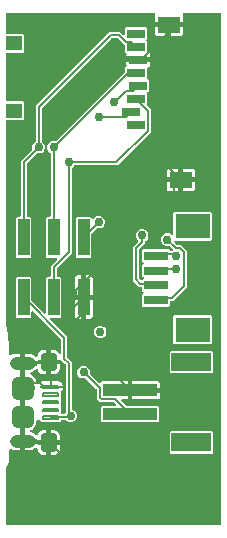
<source format=gbr>
G04 EAGLE Gerber RS-274X export*
G75*
%MOMM*%
%FSLAX34Y34*%
%LPD*%
%INBottom Copper*%
%IPPOS*%
%AMOC8*
5,1,8,0,0,1.08239X$1,22.5*%
G01*
%ADD10R,4.600000X1.000000*%
%ADD11R,3.400000X1.600000*%
%ADD12R,1.500000X0.800000*%
%ADD13R,1.900000X1.400000*%
%ADD14R,1.400000X1.300000*%
%ADD15R,1.000000X3.170000*%
%ADD16R,2.000000X0.800000*%
%ADD17R,3.000000X2.100000*%
%ADD18C,0.200000*%
%ADD19C,0.700000*%
%ADD20C,0.950000*%
%ADD21C,1.066800*%
%ADD22C,0.203200*%
%ADD23C,0.756400*%

G36*
X-49418Y-320031D02*
X-49418Y-320031D01*
X-49360Y-320033D01*
X-49278Y-320011D01*
X-49194Y-319999D01*
X-49141Y-319976D01*
X-49085Y-319961D01*
X-49012Y-319918D01*
X-48935Y-319883D01*
X-48890Y-319845D01*
X-48840Y-319816D01*
X-48782Y-319754D01*
X-48718Y-319700D01*
X-48686Y-319651D01*
X-48646Y-319608D01*
X-48607Y-319533D01*
X-48560Y-319463D01*
X-48543Y-319407D01*
X-48516Y-319355D01*
X-48505Y-319287D01*
X-48475Y-319192D01*
X-48472Y-319092D01*
X-48461Y-319024D01*
X-48461Y112524D01*
X-48467Y112572D01*
X-48467Y112574D01*
X-48468Y112576D01*
X-48469Y112582D01*
X-48467Y112640D01*
X-48489Y112722D01*
X-48501Y112806D01*
X-48524Y112859D01*
X-48539Y112915D01*
X-48582Y112988D01*
X-48617Y113065D01*
X-48655Y113110D01*
X-48684Y113160D01*
X-48746Y113218D01*
X-48800Y113282D01*
X-48849Y113314D01*
X-48892Y113354D01*
X-48967Y113393D01*
X-49037Y113440D01*
X-49093Y113457D01*
X-49145Y113484D01*
X-49213Y113495D01*
X-49308Y113525D01*
X-49408Y113528D01*
X-49476Y113539D01*
X-80260Y113539D01*
X-80299Y113534D01*
X-80338Y113536D01*
X-80439Y113514D01*
X-80542Y113499D01*
X-80578Y113483D01*
X-80616Y113475D01*
X-80707Y113426D01*
X-80801Y113383D01*
X-80831Y113358D01*
X-80866Y113339D01*
X-80939Y113266D01*
X-81018Y113200D01*
X-81040Y113167D01*
X-81068Y113140D01*
X-81118Y113049D01*
X-81176Y112963D01*
X-81188Y112926D01*
X-81207Y112892D01*
X-81230Y112791D01*
X-81262Y112692D01*
X-81263Y112653D01*
X-81272Y112615D01*
X-81266Y112511D01*
X-81269Y112408D01*
X-81259Y112370D01*
X-81257Y112331D01*
X-81230Y112258D01*
X-81197Y112133D01*
X-81159Y112069D01*
X-81159Y112066D01*
X-81157Y112064D01*
X-81140Y112016D01*
X-81032Y111831D01*
X-80859Y111184D01*
X-80859Y105881D01*
X-91884Y105881D01*
X-91942Y105873D01*
X-92000Y105874D01*
X-92082Y105853D01*
X-92165Y105841D01*
X-92219Y105817D01*
X-92275Y105803D01*
X-92348Y105760D01*
X-92425Y105725D01*
X-92469Y105687D01*
X-92520Y105657D01*
X-92577Y105596D01*
X-92642Y105541D01*
X-92674Y105493D01*
X-92714Y105450D01*
X-92753Y105375D01*
X-92799Y105305D01*
X-92817Y105249D01*
X-92844Y105197D01*
X-92855Y105129D01*
X-92885Y105034D01*
X-92888Y104934D01*
X-92899Y104866D01*
X-92899Y103849D01*
X-92901Y103849D01*
X-92901Y104866D01*
X-92909Y104924D01*
X-92908Y104982D01*
X-92929Y105064D01*
X-92941Y105147D01*
X-92965Y105201D01*
X-92979Y105257D01*
X-93022Y105330D01*
X-93057Y105407D01*
X-93095Y105451D01*
X-93125Y105502D01*
X-93186Y105559D01*
X-93241Y105624D01*
X-93289Y105656D01*
X-93332Y105696D01*
X-93407Y105735D01*
X-93477Y105781D01*
X-93533Y105799D01*
X-93585Y105826D01*
X-93653Y105837D01*
X-93748Y105867D01*
X-93848Y105870D01*
X-93916Y105881D01*
X-104941Y105881D01*
X-104941Y111184D01*
X-104768Y111831D01*
X-104660Y112016D01*
X-104646Y112053D01*
X-104624Y112085D01*
X-104593Y112184D01*
X-104554Y112280D01*
X-104550Y112319D01*
X-104538Y112356D01*
X-104536Y112460D01*
X-104525Y112563D01*
X-104532Y112601D01*
X-104531Y112640D01*
X-104557Y112741D01*
X-104576Y112843D01*
X-104593Y112878D01*
X-104603Y112915D01*
X-104656Y113004D01*
X-104702Y113097D01*
X-104728Y113126D01*
X-104748Y113160D01*
X-104824Y113231D01*
X-104894Y113307D01*
X-104927Y113328D01*
X-104955Y113354D01*
X-105048Y113401D01*
X-105136Y113456D01*
X-105174Y113466D01*
X-105209Y113484D01*
X-105285Y113497D01*
X-105410Y113531D01*
X-105485Y113530D01*
X-105540Y113539D01*
X-230124Y113539D01*
X-230182Y113531D01*
X-230240Y113533D01*
X-230322Y113511D01*
X-230406Y113499D01*
X-230459Y113476D01*
X-230515Y113461D01*
X-230588Y113418D01*
X-230665Y113383D01*
X-230710Y113345D01*
X-230760Y113316D01*
X-230818Y113254D01*
X-230882Y113200D01*
X-230914Y113151D01*
X-230954Y113108D01*
X-230993Y113033D01*
X-231040Y112963D01*
X-231057Y112907D01*
X-231084Y112855D01*
X-231095Y112787D01*
X-231125Y112692D01*
X-231128Y112592D01*
X-231139Y112524D01*
X-231139Y96890D01*
X-231131Y96832D01*
X-231133Y96774D01*
X-231111Y96692D01*
X-231099Y96608D01*
X-231076Y96555D01*
X-231061Y96499D01*
X-231018Y96426D01*
X-230983Y96349D01*
X-230945Y96304D01*
X-230916Y96254D01*
X-230854Y96196D01*
X-230800Y96132D01*
X-230751Y96100D01*
X-230708Y96060D01*
X-230633Y96021D01*
X-230563Y95974D01*
X-230507Y95957D01*
X-230455Y95930D01*
X-230387Y95919D01*
X-230292Y95889D01*
X-230192Y95886D01*
X-230124Y95875D01*
X-216768Y95875D01*
X-215875Y94982D01*
X-215875Y80718D01*
X-216768Y79825D01*
X-230124Y79825D01*
X-230182Y79817D01*
X-230240Y79819D01*
X-230322Y79797D01*
X-230406Y79785D01*
X-230459Y79762D01*
X-230515Y79747D01*
X-230588Y79704D01*
X-230665Y79669D01*
X-230710Y79631D01*
X-230760Y79602D01*
X-230818Y79540D01*
X-230882Y79486D01*
X-230914Y79437D01*
X-230954Y79394D01*
X-230993Y79319D01*
X-231040Y79249D01*
X-231057Y79193D01*
X-231084Y79141D01*
X-231095Y79073D01*
X-231125Y78978D01*
X-231128Y78878D01*
X-231139Y78810D01*
X-231139Y39890D01*
X-231131Y39832D01*
X-231133Y39774D01*
X-231111Y39692D01*
X-231099Y39608D01*
X-231076Y39555D01*
X-231061Y39499D01*
X-231018Y39426D01*
X-230983Y39349D01*
X-230945Y39304D01*
X-230916Y39254D01*
X-230854Y39196D01*
X-230800Y39132D01*
X-230751Y39100D01*
X-230708Y39060D01*
X-230633Y39021D01*
X-230563Y38974D01*
X-230507Y38957D01*
X-230455Y38930D01*
X-230387Y38919D01*
X-230292Y38889D01*
X-230192Y38886D01*
X-230124Y38875D01*
X-216768Y38875D01*
X-215875Y37982D01*
X-215875Y23718D01*
X-216768Y22825D01*
X-230124Y22825D01*
X-230182Y22817D01*
X-230240Y22819D01*
X-230322Y22797D01*
X-230406Y22785D01*
X-230459Y22762D01*
X-230515Y22747D01*
X-230588Y22704D01*
X-230665Y22669D01*
X-230710Y22631D01*
X-230760Y22602D01*
X-230818Y22540D01*
X-230882Y22486D01*
X-230914Y22437D01*
X-230954Y22394D01*
X-230993Y22319D01*
X-231040Y22249D01*
X-231057Y22193D01*
X-231084Y22141D01*
X-231095Y22073D01*
X-231125Y21978D01*
X-231128Y21878D01*
X-231139Y21810D01*
X-231139Y-149670D01*
X-231118Y-149818D01*
X-231114Y-149896D01*
X-230044Y-154581D01*
X-230073Y-154707D01*
X-230073Y-154709D01*
X-230074Y-154711D01*
X-230085Y-154849D01*
X-230097Y-154991D01*
X-230097Y-154993D01*
X-230097Y-154995D01*
X-230092Y-155013D01*
X-230041Y-155269D01*
X-230027Y-155297D01*
X-230021Y-155322D01*
X-229409Y-156799D01*
X-229409Y-162422D01*
X-229405Y-162452D01*
X-229407Y-162483D01*
X-229390Y-162560D01*
X-229369Y-162703D01*
X-229343Y-162762D01*
X-229332Y-162810D01*
X-228189Y-165569D01*
X-228189Y-175139D01*
X-228179Y-175210D01*
X-228179Y-175283D01*
X-228159Y-175350D01*
X-228149Y-175420D01*
X-228120Y-175486D01*
X-228100Y-175556D01*
X-228062Y-175615D01*
X-228033Y-175680D01*
X-227987Y-175735D01*
X-227948Y-175796D01*
X-227895Y-175843D01*
X-227850Y-175897D01*
X-227789Y-175937D01*
X-227735Y-175985D01*
X-227672Y-176015D01*
X-227613Y-176054D01*
X-227544Y-176076D01*
X-227479Y-176107D01*
X-227409Y-176119D01*
X-227342Y-176140D01*
X-227270Y-176142D01*
X-227198Y-176154D01*
X-227128Y-176146D01*
X-227058Y-176147D01*
X-226988Y-176129D01*
X-226916Y-176121D01*
X-226861Y-176096D01*
X-226783Y-176076D01*
X-226679Y-176014D01*
X-226610Y-175983D01*
X-226488Y-175901D01*
X-225055Y-175308D01*
X-223534Y-175005D01*
X-219201Y-175005D01*
X-219201Y-181864D01*
X-219193Y-181922D01*
X-219194Y-181980D01*
X-219173Y-182062D01*
X-219161Y-182145D01*
X-219137Y-182199D01*
X-219123Y-182255D01*
X-219080Y-182328D01*
X-219045Y-182405D01*
X-219007Y-182449D01*
X-218977Y-182500D01*
X-218916Y-182557D01*
X-218861Y-182622D01*
X-218813Y-182654D01*
X-218770Y-182694D01*
X-218695Y-182733D01*
X-218625Y-182779D01*
X-218569Y-182797D01*
X-218517Y-182824D01*
X-218449Y-182835D01*
X-218354Y-182865D01*
X-218254Y-182868D01*
X-218186Y-182879D01*
X-217169Y-182879D01*
X-217169Y-182881D01*
X-218186Y-182881D01*
X-218244Y-182889D01*
X-218302Y-182888D01*
X-218384Y-182909D01*
X-218467Y-182921D01*
X-218521Y-182945D01*
X-218577Y-182959D01*
X-218650Y-183002D01*
X-218727Y-183037D01*
X-218771Y-183075D01*
X-218822Y-183105D01*
X-218879Y-183166D01*
X-218944Y-183221D01*
X-218976Y-183269D01*
X-219016Y-183312D01*
X-219055Y-183387D01*
X-219101Y-183457D01*
X-219119Y-183513D01*
X-219146Y-183565D01*
X-219157Y-183633D01*
X-219187Y-183728D01*
X-219190Y-183828D01*
X-219201Y-183896D01*
X-219201Y-191391D01*
X-219226Y-191439D01*
X-219237Y-191507D01*
X-219267Y-191602D01*
X-219270Y-191702D01*
X-219281Y-191770D01*
X-219281Y-202884D01*
X-219273Y-202942D01*
X-219274Y-203000D01*
X-219253Y-203082D01*
X-219241Y-203165D01*
X-219217Y-203219D01*
X-219203Y-203275D01*
X-219160Y-203348D01*
X-219125Y-203425D01*
X-219087Y-203469D01*
X-219057Y-203520D01*
X-218996Y-203577D01*
X-218941Y-203642D01*
X-218893Y-203674D01*
X-218850Y-203714D01*
X-218775Y-203753D01*
X-218705Y-203799D01*
X-218649Y-203817D01*
X-218597Y-203844D01*
X-218529Y-203855D01*
X-218434Y-203885D01*
X-218334Y-203888D01*
X-218266Y-203899D01*
X-217249Y-203899D01*
X-217249Y-203901D01*
X-218266Y-203901D01*
X-218324Y-203909D01*
X-218382Y-203908D01*
X-218464Y-203929D01*
X-218547Y-203941D01*
X-218601Y-203965D01*
X-218657Y-203979D01*
X-218730Y-204022D01*
X-218807Y-204057D01*
X-218851Y-204095D01*
X-218902Y-204125D01*
X-218959Y-204186D01*
X-219024Y-204241D01*
X-219056Y-204289D01*
X-219096Y-204332D01*
X-219135Y-204407D01*
X-219181Y-204477D01*
X-219199Y-204533D01*
X-219226Y-204585D01*
X-219237Y-204653D01*
X-219267Y-204748D01*
X-219270Y-204848D01*
X-219281Y-204916D01*
X-219281Y-226884D01*
X-219273Y-226942D01*
X-219274Y-227000D01*
X-219253Y-227082D01*
X-219241Y-227165D01*
X-219217Y-227219D01*
X-219203Y-227275D01*
X-219160Y-227348D01*
X-219125Y-227425D01*
X-219087Y-227469D01*
X-219057Y-227520D01*
X-218996Y-227577D01*
X-218941Y-227642D01*
X-218893Y-227674D01*
X-218850Y-227714D01*
X-218775Y-227753D01*
X-218705Y-227799D01*
X-218649Y-227817D01*
X-218597Y-227844D01*
X-218529Y-227855D01*
X-218434Y-227885D01*
X-218334Y-227888D01*
X-218266Y-227899D01*
X-216234Y-227899D01*
X-216176Y-227891D01*
X-216118Y-227892D01*
X-216036Y-227871D01*
X-215953Y-227859D01*
X-215899Y-227835D01*
X-215843Y-227821D01*
X-215770Y-227778D01*
X-215693Y-227743D01*
X-215648Y-227705D01*
X-215598Y-227675D01*
X-215540Y-227614D01*
X-215476Y-227559D01*
X-215444Y-227511D01*
X-215404Y-227468D01*
X-215365Y-227393D01*
X-215319Y-227323D01*
X-215301Y-227267D01*
X-215274Y-227215D01*
X-215263Y-227147D01*
X-215233Y-227052D01*
X-215230Y-226952D01*
X-215219Y-226884D01*
X-215219Y-205931D01*
X-207516Y-205931D01*
X-207458Y-205923D01*
X-207400Y-205924D01*
X-207318Y-205903D01*
X-207234Y-205891D01*
X-207181Y-205867D01*
X-207125Y-205853D01*
X-207052Y-205810D01*
X-206975Y-205775D01*
X-206930Y-205737D01*
X-206880Y-205707D01*
X-206822Y-205646D01*
X-206758Y-205591D01*
X-206726Y-205543D01*
X-206686Y-205500D01*
X-206647Y-205425D01*
X-206600Y-205355D01*
X-206583Y-205299D01*
X-206556Y-205247D01*
X-206545Y-205179D01*
X-206515Y-205084D01*
X-206512Y-204984D01*
X-206501Y-204916D01*
X-206501Y-202884D01*
X-206509Y-202826D01*
X-206507Y-202768D01*
X-206529Y-202686D01*
X-206541Y-202603D01*
X-206564Y-202549D01*
X-206579Y-202493D01*
X-206622Y-202420D01*
X-206657Y-202343D01*
X-206695Y-202298D01*
X-206724Y-202248D01*
X-206786Y-202190D01*
X-206840Y-202126D01*
X-206889Y-202094D01*
X-206932Y-202054D01*
X-207007Y-202015D01*
X-207077Y-201969D01*
X-207133Y-201951D01*
X-207185Y-201924D01*
X-207253Y-201913D01*
X-207348Y-201883D01*
X-207448Y-201880D01*
X-207516Y-201869D01*
X-215219Y-201869D01*
X-215219Y-191223D01*
X-215194Y-191175D01*
X-215183Y-191107D01*
X-215153Y-191012D01*
X-215150Y-190912D01*
X-215139Y-190844D01*
X-215139Y-184911D01*
X-205326Y-184911D01*
X-205268Y-184903D01*
X-205210Y-184904D01*
X-205128Y-184883D01*
X-205044Y-184871D01*
X-204991Y-184847D01*
X-204935Y-184833D01*
X-204862Y-184790D01*
X-204785Y-184755D01*
X-204740Y-184717D01*
X-204690Y-184687D01*
X-204632Y-184626D01*
X-204568Y-184571D01*
X-204536Y-184523D01*
X-204496Y-184480D01*
X-204457Y-184405D01*
X-204410Y-184335D01*
X-204393Y-184279D01*
X-204366Y-184227D01*
X-204355Y-184159D01*
X-204325Y-184064D01*
X-204322Y-183964D01*
X-204317Y-183931D01*
X-196801Y-183931D01*
X-196801Y-192441D01*
X-198865Y-192441D01*
X-200032Y-192209D01*
X-201131Y-191753D01*
X-202121Y-191092D01*
X-202962Y-190251D01*
X-203623Y-189261D01*
X-203980Y-188400D01*
X-204038Y-188301D01*
X-204091Y-188199D01*
X-204110Y-188179D01*
X-204125Y-188155D01*
X-204208Y-188076D01*
X-204287Y-187993D01*
X-204311Y-187979D01*
X-204331Y-187960D01*
X-204433Y-187907D01*
X-204532Y-187849D01*
X-204559Y-187842D01*
X-204584Y-187830D01*
X-204697Y-187807D01*
X-204808Y-187779D01*
X-204836Y-187780D01*
X-204863Y-187775D01*
X-204977Y-187784D01*
X-205092Y-187788D01*
X-205119Y-187797D01*
X-205146Y-187799D01*
X-205253Y-187840D01*
X-205363Y-187876D01*
X-205383Y-187890D01*
X-205412Y-187901D01*
X-205624Y-188062D01*
X-205636Y-188070D01*
X-206562Y-188997D01*
X-207852Y-189858D01*
X-209285Y-190452D01*
X-209490Y-190493D01*
X-209611Y-190535D01*
X-209733Y-190574D01*
X-209745Y-190582D01*
X-209758Y-190587D01*
X-209862Y-190661D01*
X-209970Y-190733D01*
X-209979Y-190743D01*
X-209990Y-190751D01*
X-210069Y-190851D01*
X-210153Y-190950D01*
X-210158Y-190963D01*
X-210167Y-190974D01*
X-210216Y-191092D01*
X-210268Y-191210D01*
X-210270Y-191224D01*
X-210275Y-191237D01*
X-210289Y-191364D01*
X-210307Y-191492D01*
X-210305Y-191505D01*
X-210307Y-191519D01*
X-210285Y-191646D01*
X-210266Y-191773D01*
X-210261Y-191786D01*
X-210258Y-191799D01*
X-210202Y-191915D01*
X-210149Y-192032D01*
X-210140Y-192043D01*
X-210134Y-192055D01*
X-210048Y-192151D01*
X-209965Y-192249D01*
X-209954Y-192255D01*
X-209944Y-192267D01*
X-209703Y-192417D01*
X-209690Y-192421D01*
X-209680Y-192427D01*
X-209047Y-192689D01*
X-207852Y-193487D01*
X-206837Y-194502D01*
X-206039Y-195697D01*
X-205489Y-197023D01*
X-205209Y-198432D01*
X-205209Y-199884D01*
X-205201Y-199942D01*
X-205203Y-200000D01*
X-205181Y-200082D01*
X-205169Y-200166D01*
X-205146Y-200219D01*
X-205131Y-200275D01*
X-205088Y-200348D01*
X-205053Y-200425D01*
X-205015Y-200470D01*
X-204986Y-200520D01*
X-204924Y-200578D01*
X-204870Y-200642D01*
X-204821Y-200674D01*
X-204778Y-200714D01*
X-204703Y-200753D01*
X-204633Y-200800D01*
X-204577Y-200817D01*
X-204525Y-200844D01*
X-204457Y-200855D01*
X-204362Y-200885D01*
X-204262Y-200888D01*
X-204194Y-200899D01*
X-203597Y-200899D01*
X-203520Y-200888D01*
X-203442Y-200887D01*
X-203380Y-200869D01*
X-203315Y-200859D01*
X-203244Y-200828D01*
X-203170Y-200805D01*
X-203115Y-200770D01*
X-203056Y-200743D01*
X-202997Y-200693D01*
X-202931Y-200651D01*
X-202896Y-200608D01*
X-202839Y-200560D01*
X-202767Y-200452D01*
X-202718Y-200392D01*
X-202333Y-199726D01*
X-201674Y-199067D01*
X-200867Y-198601D01*
X-199966Y-198359D01*
X-194015Y-198359D01*
X-194015Y-201885D01*
X-201484Y-201885D01*
X-201542Y-201893D01*
X-201600Y-201891D01*
X-201682Y-201913D01*
X-201766Y-201924D01*
X-201819Y-201948D01*
X-201875Y-201963D01*
X-201948Y-202006D01*
X-202025Y-202041D01*
X-202070Y-202078D01*
X-202120Y-202108D01*
X-202178Y-202170D01*
X-202242Y-202224D01*
X-202274Y-202273D01*
X-202314Y-202316D01*
X-202353Y-202391D01*
X-202400Y-202461D01*
X-202417Y-202517D01*
X-202444Y-202569D01*
X-202455Y-202637D01*
X-202485Y-202732D01*
X-202488Y-202832D01*
X-202499Y-202900D01*
X-202491Y-202958D01*
X-202493Y-203016D01*
X-202471Y-203098D01*
X-202459Y-203182D01*
X-202436Y-203235D01*
X-202421Y-203292D01*
X-202378Y-203364D01*
X-202343Y-203441D01*
X-202305Y-203486D01*
X-202276Y-203536D01*
X-202214Y-203594D01*
X-202160Y-203658D01*
X-202111Y-203690D01*
X-202068Y-203730D01*
X-201993Y-203769D01*
X-201923Y-203816D01*
X-201867Y-203833D01*
X-201815Y-203860D01*
X-201747Y-203871D01*
X-201652Y-203901D01*
X-201552Y-203904D01*
X-201484Y-203915D01*
X-193000Y-203915D01*
X-182959Y-203915D01*
X-182959Y-204366D01*
X-183201Y-205267D01*
X-183667Y-206074D01*
X-183743Y-206150D01*
X-183778Y-206197D01*
X-183821Y-206238D01*
X-183863Y-206310D01*
X-183914Y-206378D01*
X-183935Y-206432D01*
X-183965Y-206483D01*
X-183985Y-206565D01*
X-184015Y-206643D01*
X-184020Y-206702D01*
X-184035Y-206759D01*
X-184032Y-206843D01*
X-184039Y-206927D01*
X-184027Y-206984D01*
X-184025Y-207043D01*
X-184000Y-207123D01*
X-183983Y-207205D01*
X-183975Y-207220D01*
X-183975Y-211446D01*
X-184462Y-211932D01*
X-184497Y-211979D01*
X-184539Y-212019D01*
X-184582Y-212092D01*
X-184632Y-212159D01*
X-184653Y-212214D01*
X-184683Y-212264D01*
X-184704Y-212346D01*
X-184734Y-212425D01*
X-184739Y-212483D01*
X-184753Y-212540D01*
X-184750Y-212624D01*
X-184757Y-212708D01*
X-184746Y-212766D01*
X-184744Y-212824D01*
X-184718Y-212904D01*
X-184701Y-212987D01*
X-184674Y-213039D01*
X-184656Y-213095D01*
X-184616Y-213151D01*
X-184570Y-213239D01*
X-184502Y-213312D01*
X-184462Y-213368D01*
X-183975Y-213854D01*
X-183975Y-217946D01*
X-184462Y-218432D01*
X-184497Y-218479D01*
X-184539Y-218519D01*
X-184582Y-218592D01*
X-184632Y-218659D01*
X-184653Y-218714D01*
X-184683Y-218764D01*
X-184704Y-218846D01*
X-184734Y-218925D01*
X-184739Y-218983D01*
X-184753Y-219040D01*
X-184750Y-219124D01*
X-184757Y-219208D01*
X-184746Y-219266D01*
X-184744Y-219324D01*
X-184718Y-219404D01*
X-184701Y-219487D01*
X-184674Y-219539D01*
X-184656Y-219595D01*
X-184616Y-219651D01*
X-184570Y-219739D01*
X-184502Y-219812D01*
X-184462Y-219868D01*
X-183975Y-220354D01*
X-183975Y-224485D01*
X-184026Y-224553D01*
X-184037Y-224581D01*
X-184053Y-224605D01*
X-184087Y-224713D01*
X-184128Y-224819D01*
X-184130Y-224848D01*
X-184139Y-224876D01*
X-184142Y-224989D01*
X-184151Y-225102D01*
X-184146Y-225131D01*
X-184146Y-225160D01*
X-184118Y-225270D01*
X-184095Y-225381D01*
X-184082Y-225407D01*
X-184074Y-225435D01*
X-184017Y-225533D01*
X-183964Y-225633D01*
X-183944Y-225655D01*
X-183929Y-225680D01*
X-183847Y-225757D01*
X-183769Y-225839D01*
X-183743Y-225854D01*
X-183722Y-225874D01*
X-183621Y-225926D01*
X-183523Y-225983D01*
X-183495Y-225990D01*
X-183469Y-226004D01*
X-183391Y-226017D01*
X-183248Y-226053D01*
X-183185Y-226051D01*
X-183138Y-226059D01*
X-181813Y-226059D01*
X-181811Y-226059D01*
X-181810Y-226059D01*
X-181670Y-226039D01*
X-181531Y-226019D01*
X-181530Y-226019D01*
X-181528Y-226019D01*
X-181402Y-225962D01*
X-181272Y-225903D01*
X-181271Y-225902D01*
X-181269Y-225901D01*
X-181162Y-225810D01*
X-181055Y-225720D01*
X-181054Y-225718D01*
X-181053Y-225717D01*
X-181045Y-225704D01*
X-180897Y-225483D01*
X-180888Y-225454D01*
X-180875Y-225433D01*
X-180485Y-224492D01*
X-180467Y-224468D01*
X-180436Y-224386D01*
X-180396Y-224308D01*
X-180388Y-224261D01*
X-180366Y-224202D01*
X-180354Y-224055D01*
X-180341Y-223977D01*
X-180341Y-184302D01*
X-180353Y-184215D01*
X-180356Y-184128D01*
X-180373Y-184075D01*
X-180381Y-184020D01*
X-180416Y-183941D01*
X-180443Y-183857D01*
X-180471Y-183818D01*
X-180497Y-183761D01*
X-180593Y-183648D01*
X-180638Y-183584D01*
X-184056Y-180166D01*
X-184126Y-180114D01*
X-184190Y-180054D01*
X-184239Y-180028D01*
X-184283Y-179995D01*
X-184365Y-179964D01*
X-184443Y-179924D01*
X-184490Y-179916D01*
X-184549Y-179894D01*
X-184697Y-179882D01*
X-184774Y-179869D01*
X-192739Y-179869D01*
X-192739Y-171359D01*
X-190675Y-171359D01*
X-189508Y-171591D01*
X-188409Y-172047D01*
X-187419Y-172708D01*
X-186578Y-173549D01*
X-186056Y-174330D01*
X-185970Y-174426D01*
X-185887Y-174524D01*
X-185876Y-174532D01*
X-185867Y-174542D01*
X-185758Y-174610D01*
X-185651Y-174682D01*
X-185638Y-174686D01*
X-185626Y-174693D01*
X-185503Y-174729D01*
X-185380Y-174767D01*
X-185366Y-174768D01*
X-185353Y-174772D01*
X-185224Y-174771D01*
X-185096Y-174775D01*
X-185082Y-174771D01*
X-185068Y-174771D01*
X-184945Y-174735D01*
X-184821Y-174703D01*
X-184809Y-174696D01*
X-184795Y-174692D01*
X-184686Y-174623D01*
X-184576Y-174558D01*
X-184567Y-174547D01*
X-184555Y-174540D01*
X-184470Y-174444D01*
X-184382Y-174350D01*
X-184375Y-174338D01*
X-184366Y-174328D01*
X-184311Y-174212D01*
X-184252Y-174097D01*
X-184250Y-174085D01*
X-184244Y-174071D01*
X-184197Y-173791D01*
X-184199Y-173777D01*
X-184197Y-173766D01*
X-184197Y-162717D01*
X-184209Y-162630D01*
X-184212Y-162543D01*
X-184229Y-162490D01*
X-184237Y-162435D01*
X-184272Y-162356D01*
X-184299Y-162272D01*
X-184327Y-162233D01*
X-184353Y-162176D01*
X-184447Y-162065D01*
X-184462Y-162040D01*
X-184472Y-162031D01*
X-184494Y-161999D01*
X-207642Y-138851D01*
X-207666Y-138833D01*
X-207685Y-138811D01*
X-207779Y-138748D01*
X-207869Y-138680D01*
X-207897Y-138670D01*
X-207921Y-138653D01*
X-208029Y-138619D01*
X-208135Y-138579D01*
X-208164Y-138576D01*
X-208192Y-138568D01*
X-208306Y-138565D01*
X-208418Y-138555D01*
X-208447Y-138561D01*
X-208476Y-138560D01*
X-208586Y-138589D01*
X-208697Y-138611D01*
X-208723Y-138625D01*
X-208751Y-138632D01*
X-208849Y-138690D01*
X-208949Y-138742D01*
X-208971Y-138762D01*
X-208996Y-138777D01*
X-209073Y-138860D01*
X-209155Y-138938D01*
X-209170Y-138963D01*
X-209190Y-138985D01*
X-209242Y-139086D01*
X-209299Y-139183D01*
X-209306Y-139212D01*
X-209320Y-139238D01*
X-209333Y-139315D01*
X-209369Y-139459D01*
X-209367Y-139521D01*
X-209375Y-139569D01*
X-209375Y-143482D01*
X-210268Y-144375D01*
X-221532Y-144375D01*
X-222425Y-143482D01*
X-222425Y-110518D01*
X-221532Y-109625D01*
X-210268Y-109625D01*
X-209375Y-110518D01*
X-209375Y-129511D01*
X-209363Y-129598D01*
X-209360Y-129685D01*
X-209343Y-129738D01*
X-209335Y-129793D01*
X-209300Y-129872D01*
X-209273Y-129956D01*
X-209245Y-129995D01*
X-209219Y-130052D01*
X-209123Y-130165D01*
X-209078Y-130229D01*
X-198758Y-140549D01*
X-198734Y-140567D01*
X-198715Y-140589D01*
X-198621Y-140652D01*
X-198531Y-140720D01*
X-198503Y-140730D01*
X-198479Y-140747D01*
X-198371Y-140781D01*
X-198265Y-140821D01*
X-198236Y-140824D01*
X-198208Y-140832D01*
X-198094Y-140835D01*
X-197982Y-140845D01*
X-197953Y-140839D01*
X-197924Y-140840D01*
X-197814Y-140811D01*
X-197703Y-140789D01*
X-197677Y-140775D01*
X-197649Y-140768D01*
X-197551Y-140710D01*
X-197451Y-140658D01*
X-197429Y-140638D01*
X-197404Y-140623D01*
X-197327Y-140540D01*
X-197245Y-140462D01*
X-197230Y-140437D01*
X-197210Y-140415D01*
X-197158Y-140314D01*
X-197101Y-140217D01*
X-197094Y-140188D01*
X-197080Y-140162D01*
X-197067Y-140085D01*
X-197031Y-139941D01*
X-197033Y-139879D01*
X-197025Y-139831D01*
X-197025Y-110518D01*
X-196132Y-109625D01*
X-194056Y-109625D01*
X-193998Y-109617D01*
X-193940Y-109619D01*
X-193858Y-109597D01*
X-193774Y-109585D01*
X-193721Y-109562D01*
X-193665Y-109547D01*
X-193592Y-109504D01*
X-193515Y-109469D01*
X-193470Y-109431D01*
X-193420Y-109402D01*
X-193362Y-109340D01*
X-193298Y-109286D01*
X-193266Y-109237D01*
X-193226Y-109194D01*
X-193187Y-109119D01*
X-193140Y-109049D01*
X-193123Y-108993D01*
X-193096Y-108941D01*
X-193085Y-108873D01*
X-193055Y-108778D01*
X-193052Y-108678D01*
X-193041Y-108610D01*
X-193041Y-100548D01*
X-187801Y-95308D01*
X-187783Y-95284D01*
X-187761Y-95265D01*
X-187698Y-95171D01*
X-187630Y-95081D01*
X-187620Y-95053D01*
X-187603Y-95029D01*
X-187569Y-94921D01*
X-187529Y-94815D01*
X-187526Y-94786D01*
X-187518Y-94758D01*
X-187515Y-94644D01*
X-187505Y-94532D01*
X-187511Y-94503D01*
X-187510Y-94474D01*
X-187539Y-94364D01*
X-187561Y-94253D01*
X-187575Y-94227D01*
X-187582Y-94199D01*
X-187640Y-94101D01*
X-187692Y-94001D01*
X-187712Y-93979D01*
X-187727Y-93954D01*
X-187810Y-93877D01*
X-187888Y-93795D01*
X-187913Y-93780D01*
X-187935Y-93760D01*
X-188036Y-93708D01*
X-188133Y-93651D01*
X-188162Y-93644D01*
X-188188Y-93630D01*
X-188265Y-93617D01*
X-188409Y-93581D01*
X-188471Y-93583D01*
X-188519Y-93575D01*
X-196132Y-93575D01*
X-197025Y-92682D01*
X-197025Y-59718D01*
X-196132Y-58825D01*
X-194056Y-58825D01*
X-193998Y-58817D01*
X-193940Y-58819D01*
X-193858Y-58797D01*
X-193774Y-58785D01*
X-193721Y-58762D01*
X-193665Y-58747D01*
X-193592Y-58704D01*
X-193515Y-58669D01*
X-193470Y-58631D01*
X-193420Y-58602D01*
X-193362Y-58540D01*
X-193298Y-58486D01*
X-193266Y-58437D01*
X-193226Y-58394D01*
X-193187Y-58319D01*
X-193140Y-58249D01*
X-193123Y-58193D01*
X-193096Y-58141D01*
X-193085Y-58073D01*
X-193055Y-57978D01*
X-193052Y-57878D01*
X-193041Y-57810D01*
X-193041Y-5370D01*
X-193041Y-5368D01*
X-193041Y-5367D01*
X-193061Y-5226D01*
X-193081Y-5088D01*
X-193081Y-5087D01*
X-193081Y-5085D01*
X-193140Y-4956D01*
X-193197Y-4829D01*
X-193198Y-4828D01*
X-193199Y-4826D01*
X-193289Y-4720D01*
X-193380Y-4612D01*
X-193382Y-4611D01*
X-193383Y-4610D01*
X-193395Y-4602D01*
X-193418Y-4587D01*
X-194999Y-3006D01*
X-195807Y-1056D01*
X-195807Y1056D01*
X-194999Y3006D01*
X-193506Y4499D01*
X-191556Y5307D01*
X-189347Y5307D01*
X-189331Y5303D01*
X-189329Y5303D01*
X-189327Y5302D01*
X-189188Y5307D01*
X-189047Y5311D01*
X-189045Y5311D01*
X-189043Y5311D01*
X-188911Y5354D01*
X-188776Y5397D01*
X-188774Y5398D01*
X-188773Y5399D01*
X-188760Y5408D01*
X-188540Y5555D01*
X-188520Y5579D01*
X-188499Y5594D01*
X-130222Y63871D01*
X-130170Y63941D01*
X-130110Y64005D01*
X-130084Y64054D01*
X-130051Y64098D01*
X-130020Y64180D01*
X-129980Y64258D01*
X-129972Y64305D01*
X-129950Y64364D01*
X-129938Y64512D01*
X-129925Y64589D01*
X-129925Y67582D01*
X-129133Y68373D01*
X-129087Y68435D01*
X-129032Y68491D01*
X-129001Y68548D01*
X-128962Y68600D01*
X-128935Y68673D01*
X-128898Y68742D01*
X-128884Y68805D01*
X-128861Y68866D01*
X-128855Y68943D01*
X-128838Y69020D01*
X-128844Y69075D01*
X-128838Y69149D01*
X-128863Y69276D01*
X-128871Y69354D01*
X-128941Y69616D01*
X-128941Y71951D01*
X-119884Y71951D01*
X-119826Y71959D01*
X-119768Y71957D01*
X-119686Y71979D01*
X-119603Y71991D01*
X-119549Y72014D01*
X-119493Y72029D01*
X-119420Y72072D01*
X-119343Y72107D01*
X-119299Y72145D01*
X-119248Y72174D01*
X-119191Y72236D01*
X-119126Y72290D01*
X-119094Y72339D01*
X-119054Y72382D01*
X-119015Y72457D01*
X-118969Y72527D01*
X-118951Y72583D01*
X-118924Y72635D01*
X-118913Y72703D01*
X-118900Y72745D01*
X-118891Y72684D01*
X-118867Y72631D01*
X-118853Y72575D01*
X-118809Y72502D01*
X-118775Y72425D01*
X-118737Y72380D01*
X-118707Y72330D01*
X-118646Y72272D01*
X-118591Y72208D01*
X-118543Y72176D01*
X-118500Y72136D01*
X-118425Y72097D01*
X-118355Y72050D01*
X-118299Y72033D01*
X-118247Y72006D01*
X-118179Y71995D01*
X-118084Y71965D01*
X-117984Y71962D01*
X-117916Y71951D01*
X-108859Y71951D01*
X-108859Y69616D01*
X-109032Y68969D01*
X-109367Y68390D01*
X-109840Y67917D01*
X-110419Y67582D01*
X-111123Y67394D01*
X-111186Y67367D01*
X-111251Y67350D01*
X-111316Y67312D01*
X-111384Y67283D01*
X-111437Y67240D01*
X-111496Y67205D01*
X-111547Y67150D01*
X-111605Y67103D01*
X-111644Y67047D01*
X-111690Y66997D01*
X-111724Y66931D01*
X-111767Y66870D01*
X-111789Y66805D01*
X-111820Y66744D01*
X-111830Y66682D01*
X-111858Y66600D01*
X-111863Y66487D01*
X-111875Y66413D01*
X-111875Y58490D01*
X-111867Y58432D01*
X-111869Y58374D01*
X-111847Y58292D01*
X-111835Y58208D01*
X-111812Y58155D01*
X-111797Y58099D01*
X-111754Y58026D01*
X-111719Y57949D01*
X-111681Y57904D01*
X-111652Y57854D01*
X-111590Y57796D01*
X-111536Y57732D01*
X-111487Y57700D01*
X-111444Y57660D01*
X-111369Y57621D01*
X-111299Y57574D01*
X-111243Y57557D01*
X-111191Y57530D01*
X-111123Y57519D01*
X-111028Y57489D01*
X-110928Y57486D01*
X-110860Y57475D01*
X-110768Y57475D01*
X-109875Y56582D01*
X-109875Y47318D01*
X-110768Y46425D01*
X-110860Y46425D01*
X-110918Y46417D01*
X-110976Y46419D01*
X-111058Y46397D01*
X-111142Y46385D01*
X-111195Y46362D01*
X-111251Y46347D01*
X-111324Y46304D01*
X-111401Y46269D01*
X-111446Y46231D01*
X-111496Y46202D01*
X-111554Y46140D01*
X-111618Y46086D01*
X-111650Y46037D01*
X-111690Y45994D01*
X-111729Y45919D01*
X-111776Y45849D01*
X-111793Y45793D01*
X-111820Y45741D01*
X-111831Y45673D01*
X-111861Y45578D01*
X-111864Y45478D01*
X-111875Y45410D01*
X-111875Y36031D01*
X-111863Y35944D01*
X-111860Y35857D01*
X-111843Y35804D01*
X-111835Y35750D01*
X-111800Y35670D01*
X-111773Y35587D01*
X-111745Y35547D01*
X-111719Y35490D01*
X-111623Y35377D01*
X-111578Y35313D01*
X-108319Y32055D01*
X-108319Y12845D01*
X-134620Y-13455D01*
X-136405Y-15241D01*
X-172430Y-15241D01*
X-172432Y-15241D01*
X-172433Y-15241D01*
X-172574Y-15261D01*
X-172712Y-15281D01*
X-172713Y-15281D01*
X-172715Y-15281D01*
X-172844Y-15340D01*
X-172971Y-15397D01*
X-172972Y-15398D01*
X-172974Y-15399D01*
X-173080Y-15489D01*
X-173188Y-15580D01*
X-173189Y-15582D01*
X-173190Y-15583D01*
X-173198Y-15595D01*
X-173213Y-15618D01*
X-174863Y-17268D01*
X-174877Y-17276D01*
X-174878Y-17278D01*
X-174880Y-17278D01*
X-174978Y-17383D01*
X-175073Y-17483D01*
X-175073Y-17485D01*
X-175074Y-17486D01*
X-175139Y-17611D01*
X-175203Y-17736D01*
X-175203Y-17737D01*
X-175204Y-17739D01*
X-175206Y-17754D01*
X-175258Y-18015D01*
X-175255Y-18045D01*
X-175259Y-18070D01*
X-175259Y-89952D01*
X-187662Y-102355D01*
X-187714Y-102425D01*
X-187774Y-102489D01*
X-187800Y-102538D01*
X-187833Y-102582D01*
X-187864Y-102664D01*
X-187904Y-102742D01*
X-187912Y-102789D01*
X-187934Y-102848D01*
X-187946Y-102996D01*
X-187959Y-103073D01*
X-187959Y-108610D01*
X-187951Y-108668D01*
X-187953Y-108726D01*
X-187931Y-108808D01*
X-187919Y-108892D01*
X-187896Y-108945D01*
X-187881Y-109001D01*
X-187838Y-109074D01*
X-187803Y-109151D01*
X-187765Y-109196D01*
X-187736Y-109246D01*
X-187674Y-109304D01*
X-187620Y-109368D01*
X-187571Y-109400D01*
X-187528Y-109440D01*
X-187453Y-109479D01*
X-187383Y-109526D01*
X-187327Y-109543D01*
X-187275Y-109570D01*
X-187207Y-109581D01*
X-187112Y-109611D01*
X-187012Y-109614D01*
X-186944Y-109625D01*
X-184868Y-109625D01*
X-183975Y-110518D01*
X-183975Y-143482D01*
X-184868Y-144375D01*
X-192481Y-144375D01*
X-192510Y-144379D01*
X-192539Y-144376D01*
X-192650Y-144399D01*
X-192763Y-144415D01*
X-192789Y-144427D01*
X-192818Y-144432D01*
X-192919Y-144484D01*
X-193022Y-144531D01*
X-193044Y-144550D01*
X-193070Y-144563D01*
X-193152Y-144641D01*
X-193239Y-144714D01*
X-193255Y-144739D01*
X-193277Y-144759D01*
X-193334Y-144857D01*
X-193397Y-144951D01*
X-193405Y-144979D01*
X-193420Y-145004D01*
X-193448Y-145114D01*
X-193482Y-145222D01*
X-193483Y-145252D01*
X-193490Y-145280D01*
X-193487Y-145393D01*
X-193490Y-145506D01*
X-193482Y-145535D01*
X-193481Y-145564D01*
X-193446Y-145672D01*
X-193418Y-145781D01*
X-193403Y-145807D01*
X-193394Y-145835D01*
X-193348Y-145898D01*
X-193273Y-146026D01*
X-193248Y-146048D01*
X-193246Y-146052D01*
X-193224Y-146073D01*
X-193199Y-146108D01*
X-179115Y-160192D01*
X-179115Y-177500D01*
X-179103Y-177587D01*
X-179100Y-177674D01*
X-179083Y-177727D01*
X-179075Y-177782D01*
X-179040Y-177861D01*
X-179013Y-177945D01*
X-178985Y-177984D01*
X-178959Y-178041D01*
X-178863Y-178154D01*
X-178818Y-178218D01*
X-175259Y-181777D01*
X-175259Y-221478D01*
X-175259Y-221479D01*
X-175259Y-221481D01*
X-175239Y-221621D01*
X-175219Y-221759D01*
X-175219Y-221761D01*
X-175219Y-221762D01*
X-175162Y-221888D01*
X-175103Y-222019D01*
X-175102Y-222020D01*
X-175101Y-222021D01*
X-175010Y-222128D01*
X-174920Y-222236D01*
X-174918Y-222236D01*
X-174917Y-222238D01*
X-174904Y-222246D01*
X-174683Y-222393D01*
X-174654Y-222402D01*
X-174633Y-222416D01*
X-173016Y-223085D01*
X-171523Y-224578D01*
X-170715Y-226528D01*
X-170715Y-228640D01*
X-171523Y-230590D01*
X-173016Y-232083D01*
X-174966Y-232891D01*
X-177078Y-232891D01*
X-179028Y-232083D01*
X-179673Y-231438D01*
X-179743Y-231386D01*
X-179806Y-231326D01*
X-179856Y-231300D01*
X-179900Y-231267D01*
X-179982Y-231236D01*
X-180060Y-231196D01*
X-180107Y-231188D01*
X-180166Y-231166D01*
X-180313Y-231154D01*
X-180391Y-231141D01*
X-183750Y-231141D01*
X-183836Y-231153D01*
X-183924Y-231156D01*
X-183976Y-231173D01*
X-184031Y-231181D01*
X-184111Y-231216D01*
X-184194Y-231243D01*
X-184233Y-231271D01*
X-184291Y-231297D01*
X-184404Y-231393D01*
X-184468Y-231438D01*
X-185454Y-232425D01*
X-200546Y-232425D01*
X-201772Y-231198D01*
X-201842Y-231146D01*
X-201906Y-231086D01*
X-201956Y-231060D01*
X-202000Y-231027D01*
X-202081Y-230996D01*
X-202159Y-230956D01*
X-202207Y-230948D01*
X-202265Y-230926D01*
X-202413Y-230914D01*
X-202490Y-230901D01*
X-204194Y-230901D01*
X-204252Y-230909D01*
X-204310Y-230907D01*
X-204392Y-230929D01*
X-204476Y-230941D01*
X-204529Y-230964D01*
X-204585Y-230979D01*
X-204658Y-231022D01*
X-204735Y-231057D01*
X-204780Y-231095D01*
X-204830Y-231124D01*
X-204888Y-231186D01*
X-204952Y-231240D01*
X-204984Y-231289D01*
X-205024Y-231332D01*
X-205063Y-231407D01*
X-205110Y-231477D01*
X-205127Y-231533D01*
X-205154Y-231585D01*
X-205165Y-231653D01*
X-205195Y-231748D01*
X-205198Y-231848D01*
X-205209Y-231916D01*
X-205209Y-233368D01*
X-205489Y-234777D01*
X-206039Y-236103D01*
X-206837Y-237298D01*
X-207852Y-238313D01*
X-209047Y-239111D01*
X-209680Y-239373D01*
X-209790Y-239439D01*
X-209903Y-239501D01*
X-209913Y-239511D01*
X-209925Y-239518D01*
X-210013Y-239611D01*
X-210104Y-239702D01*
X-210111Y-239715D01*
X-210120Y-239725D01*
X-210179Y-239839D01*
X-210241Y-239952D01*
X-210244Y-239965D01*
X-210250Y-239977D01*
X-210275Y-240104D01*
X-210304Y-240229D01*
X-210303Y-240243D01*
X-210305Y-240256D01*
X-210294Y-240384D01*
X-210287Y-240513D01*
X-210282Y-240526D01*
X-210281Y-240540D01*
X-210235Y-240659D01*
X-210192Y-240781D01*
X-210184Y-240792D01*
X-210179Y-240805D01*
X-210101Y-240908D01*
X-210027Y-241012D01*
X-210016Y-241020D01*
X-210007Y-241032D01*
X-209904Y-241109D01*
X-209804Y-241188D01*
X-209792Y-241193D01*
X-209780Y-241202D01*
X-209514Y-241302D01*
X-209500Y-241303D01*
X-209490Y-241307D01*
X-209285Y-241348D01*
X-207852Y-241942D01*
X-206562Y-242803D01*
X-205636Y-243730D01*
X-205544Y-243799D01*
X-205456Y-243872D01*
X-205431Y-243884D01*
X-205409Y-243900D01*
X-205301Y-243941D01*
X-205197Y-243988D01*
X-205169Y-243992D01*
X-205143Y-244002D01*
X-205029Y-244011D01*
X-204915Y-244027D01*
X-204887Y-244023D01*
X-204860Y-244025D01*
X-204747Y-244003D01*
X-204634Y-243986D01*
X-204608Y-243975D01*
X-204581Y-243969D01*
X-204479Y-243916D01*
X-204374Y-243869D01*
X-204353Y-243851D01*
X-204329Y-243838D01*
X-204245Y-243759D01*
X-204158Y-243685D01*
X-204145Y-243664D01*
X-204123Y-243643D01*
X-203988Y-243413D01*
X-203980Y-243400D01*
X-203623Y-242539D01*
X-202962Y-241549D01*
X-202121Y-240708D01*
X-201131Y-240047D01*
X-200032Y-239591D01*
X-198865Y-239359D01*
X-196801Y-239359D01*
X-196801Y-247869D01*
X-204316Y-247869D01*
X-204318Y-247854D01*
X-204317Y-247840D01*
X-204319Y-247835D01*
X-204317Y-247788D01*
X-204339Y-247706D01*
X-204351Y-247623D01*
X-204374Y-247569D01*
X-204389Y-247513D01*
X-204432Y-247440D01*
X-204467Y-247363D01*
X-204505Y-247318D01*
X-204534Y-247268D01*
X-204596Y-247210D01*
X-204650Y-247146D01*
X-204699Y-247114D01*
X-204742Y-247074D01*
X-204817Y-247035D01*
X-204887Y-246989D01*
X-204943Y-246971D01*
X-204995Y-246944D01*
X-205063Y-246933D01*
X-205158Y-246903D01*
X-205258Y-246900D01*
X-205326Y-246889D01*
X-215139Y-246889D01*
X-215139Y-240956D01*
X-215147Y-240898D01*
X-215145Y-240840D01*
X-215167Y-240758D01*
X-215179Y-240674D01*
X-215203Y-240621D01*
X-215217Y-240565D01*
X-215219Y-240562D01*
X-215219Y-228916D01*
X-215227Y-228858D01*
X-215225Y-228800D01*
X-215247Y-228718D01*
X-215259Y-228635D01*
X-215283Y-228581D01*
X-215297Y-228525D01*
X-215340Y-228452D01*
X-215375Y-228375D01*
X-215413Y-228331D01*
X-215443Y-228280D01*
X-215504Y-228223D01*
X-215559Y-228158D01*
X-215607Y-228126D01*
X-215650Y-228086D01*
X-215725Y-228047D01*
X-215795Y-228001D01*
X-215851Y-227983D01*
X-215903Y-227956D01*
X-215971Y-227945D01*
X-216066Y-227915D01*
X-216166Y-227912D01*
X-216234Y-227901D01*
X-218266Y-227901D01*
X-218324Y-227909D01*
X-218382Y-227908D01*
X-218464Y-227929D01*
X-218547Y-227941D01*
X-218601Y-227965D01*
X-218657Y-227979D01*
X-218730Y-228022D01*
X-218807Y-228057D01*
X-218851Y-228095D01*
X-218902Y-228125D01*
X-218959Y-228186D01*
X-219024Y-228241D01*
X-219056Y-228289D01*
X-219096Y-228332D01*
X-219135Y-228407D01*
X-219181Y-228477D01*
X-219199Y-228533D01*
X-219226Y-228585D01*
X-219237Y-228653D01*
X-219267Y-228748D01*
X-219270Y-228848D01*
X-219281Y-228916D01*
X-219281Y-240030D01*
X-219273Y-240088D01*
X-219274Y-240146D01*
X-219253Y-240228D01*
X-219241Y-240312D01*
X-219217Y-240365D01*
X-219203Y-240421D01*
X-219201Y-240424D01*
X-219201Y-247904D01*
X-219193Y-247962D01*
X-219194Y-248020D01*
X-219173Y-248102D01*
X-219161Y-248185D01*
X-219137Y-248239D01*
X-219123Y-248295D01*
X-219080Y-248368D01*
X-219045Y-248445D01*
X-219007Y-248489D01*
X-218977Y-248540D01*
X-218916Y-248597D01*
X-218861Y-248662D01*
X-218813Y-248694D01*
X-218770Y-248734D01*
X-218695Y-248773D01*
X-218625Y-248819D01*
X-218569Y-248837D01*
X-218517Y-248864D01*
X-218449Y-248875D01*
X-218354Y-248905D01*
X-218254Y-248908D01*
X-218186Y-248919D01*
X-217169Y-248919D01*
X-217169Y-248921D01*
X-218186Y-248921D01*
X-218244Y-248929D01*
X-218302Y-248928D01*
X-218384Y-248949D01*
X-218467Y-248961D01*
X-218521Y-248985D01*
X-218577Y-248999D01*
X-218650Y-249042D01*
X-218727Y-249077D01*
X-218771Y-249115D01*
X-218822Y-249145D01*
X-218879Y-249206D01*
X-218944Y-249261D01*
X-218976Y-249309D01*
X-219016Y-249352D01*
X-219055Y-249427D01*
X-219101Y-249497D01*
X-219119Y-249553D01*
X-219146Y-249605D01*
X-219157Y-249673D01*
X-219187Y-249768D01*
X-219190Y-249868D01*
X-219201Y-249936D01*
X-219201Y-256795D01*
X-223534Y-256795D01*
X-225055Y-256492D01*
X-226488Y-255899D01*
X-226610Y-255817D01*
X-226675Y-255786D01*
X-226735Y-255746D01*
X-226802Y-255724D01*
X-226866Y-255694D01*
X-226937Y-255682D01*
X-227006Y-255660D01*
X-227077Y-255658D01*
X-227146Y-255646D01*
X-227218Y-255654D01*
X-227290Y-255653D01*
X-227359Y-255670D01*
X-227429Y-255678D01*
X-227496Y-255706D01*
X-227565Y-255724D01*
X-227626Y-255760D01*
X-227691Y-255788D01*
X-227748Y-255833D01*
X-227810Y-255870D01*
X-227858Y-255921D01*
X-227913Y-255965D01*
X-227955Y-256024D01*
X-228004Y-256077D01*
X-228036Y-256140D01*
X-228077Y-256197D01*
X-228101Y-256266D01*
X-228134Y-256330D01*
X-228144Y-256389D01*
X-228170Y-256466D01*
X-228177Y-256586D01*
X-228189Y-256661D01*
X-228189Y-266231D01*
X-229774Y-270057D01*
X-230842Y-271125D01*
X-230894Y-271195D01*
X-230954Y-271259D01*
X-230980Y-271308D01*
X-231013Y-271352D01*
X-231044Y-271434D01*
X-231084Y-271512D01*
X-231092Y-271559D01*
X-231114Y-271618D01*
X-231126Y-271765D01*
X-231139Y-271843D01*
X-231139Y-319024D01*
X-231131Y-319082D01*
X-231133Y-319140D01*
X-231111Y-319222D01*
X-231099Y-319306D01*
X-231076Y-319359D01*
X-231061Y-319415D01*
X-231018Y-319488D01*
X-230983Y-319565D01*
X-230945Y-319610D01*
X-230916Y-319660D01*
X-230854Y-319718D01*
X-230800Y-319782D01*
X-230751Y-319814D01*
X-230708Y-319854D01*
X-230633Y-319893D01*
X-230563Y-319940D01*
X-230507Y-319957D01*
X-230455Y-319984D01*
X-230387Y-319995D01*
X-230292Y-320025D01*
X-230192Y-320028D01*
X-230124Y-320039D01*
X-49476Y-320039D01*
X-49418Y-320031D01*
G37*
%LPC*%
G36*
X-114626Y-135019D02*
X-114626Y-135019D01*
X-115519Y-134126D01*
X-115519Y-124862D01*
X-114618Y-123962D01*
X-114583Y-123915D01*
X-114541Y-123875D01*
X-114498Y-123802D01*
X-114447Y-123735D01*
X-114426Y-123680D01*
X-114397Y-123630D01*
X-114376Y-123548D01*
X-114346Y-123469D01*
X-114341Y-123411D01*
X-114327Y-123354D01*
X-114330Y-123270D01*
X-114323Y-123186D01*
X-114334Y-123128D01*
X-114336Y-123070D01*
X-114362Y-122990D01*
X-114378Y-122907D01*
X-114405Y-122855D01*
X-114423Y-122799D01*
X-114463Y-122743D01*
X-114509Y-122655D01*
X-114578Y-122582D01*
X-114618Y-122526D01*
X-115519Y-121626D01*
X-115519Y-119126D01*
X-115527Y-119068D01*
X-115525Y-119010D01*
X-115547Y-118928D01*
X-115559Y-118844D01*
X-115582Y-118791D01*
X-115597Y-118735D01*
X-115640Y-118662D01*
X-115675Y-118585D01*
X-115713Y-118540D01*
X-115742Y-118490D01*
X-115804Y-118432D01*
X-115858Y-118368D01*
X-115907Y-118336D01*
X-115950Y-118296D01*
X-116025Y-118257D01*
X-116095Y-118210D01*
X-116151Y-118193D01*
X-116203Y-118166D01*
X-116271Y-118155D01*
X-116366Y-118125D01*
X-116466Y-118122D01*
X-116534Y-118111D01*
X-118400Y-118111D01*
X-123445Y-113066D01*
X-123445Y-84292D01*
X-119170Y-80017D01*
X-119135Y-79970D01*
X-119092Y-79930D01*
X-119050Y-79857D01*
X-118999Y-79790D01*
X-118978Y-79735D01*
X-118949Y-79684D01*
X-118928Y-79603D01*
X-118898Y-79524D01*
X-118893Y-79466D01*
X-118879Y-79409D01*
X-118881Y-79325D01*
X-118874Y-79241D01*
X-118886Y-79183D01*
X-118888Y-79125D01*
X-118914Y-79044D01*
X-118930Y-78962D01*
X-118957Y-78910D01*
X-118975Y-78854D01*
X-119015Y-78798D01*
X-119061Y-78710D01*
X-119130Y-78637D01*
X-119170Y-78581D01*
X-120069Y-77682D01*
X-120877Y-75732D01*
X-120877Y-73620D01*
X-120069Y-71670D01*
X-118576Y-70177D01*
X-116626Y-69369D01*
X-114514Y-69369D01*
X-112564Y-70177D01*
X-111071Y-71670D01*
X-110263Y-73620D01*
X-110263Y-75732D01*
X-111071Y-77682D01*
X-112633Y-79244D01*
X-112646Y-79252D01*
X-112648Y-79253D01*
X-112650Y-79254D01*
X-112748Y-79359D01*
X-112842Y-79458D01*
X-112843Y-79460D01*
X-112844Y-79462D01*
X-112911Y-79593D01*
X-112972Y-79711D01*
X-112973Y-79713D01*
X-112974Y-79715D01*
X-112977Y-79734D01*
X-113028Y-79990D01*
X-113025Y-80021D01*
X-113029Y-80046D01*
X-113029Y-81062D01*
X-118066Y-86099D01*
X-118118Y-86169D01*
X-118178Y-86233D01*
X-118204Y-86282D01*
X-118237Y-86326D01*
X-118268Y-86408D01*
X-118308Y-86486D01*
X-118316Y-86533D01*
X-118338Y-86592D01*
X-118350Y-86740D01*
X-118363Y-86817D01*
X-118363Y-110541D01*
X-118351Y-110628D01*
X-118348Y-110715D01*
X-118331Y-110768D01*
X-118323Y-110823D01*
X-118288Y-110902D01*
X-118261Y-110986D01*
X-118233Y-111025D01*
X-118207Y-111082D01*
X-118111Y-111195D01*
X-118066Y-111259D01*
X-116958Y-112366D01*
X-116912Y-112402D01*
X-116871Y-112444D01*
X-116799Y-112487D01*
X-116731Y-112537D01*
X-116677Y-112558D01*
X-116626Y-112588D01*
X-116544Y-112608D01*
X-116466Y-112639D01*
X-116407Y-112643D01*
X-116351Y-112658D01*
X-116266Y-112655D01*
X-116182Y-112662D01*
X-116125Y-112651D01*
X-116067Y-112649D01*
X-115986Y-112623D01*
X-115904Y-112606D01*
X-115852Y-112579D01*
X-115796Y-112561D01*
X-115740Y-112521D01*
X-115651Y-112475D01*
X-115579Y-112406D01*
X-115523Y-112366D01*
X-114618Y-111462D01*
X-114583Y-111415D01*
X-114541Y-111375D01*
X-114498Y-111302D01*
X-114447Y-111235D01*
X-114426Y-111180D01*
X-114397Y-111130D01*
X-114376Y-111048D01*
X-114346Y-110969D01*
X-114341Y-110911D01*
X-114327Y-110854D01*
X-114330Y-110770D01*
X-114323Y-110686D01*
X-114334Y-110628D01*
X-114336Y-110570D01*
X-114362Y-110490D01*
X-114378Y-110407D01*
X-114405Y-110355D01*
X-114423Y-110299D01*
X-114463Y-110243D01*
X-114509Y-110155D01*
X-114578Y-110082D01*
X-114618Y-110026D01*
X-115519Y-109126D01*
X-115519Y-99862D01*
X-114618Y-98962D01*
X-114583Y-98915D01*
X-114541Y-98875D01*
X-114498Y-98802D01*
X-114447Y-98735D01*
X-114426Y-98680D01*
X-114397Y-98630D01*
X-114376Y-98548D01*
X-114346Y-98469D01*
X-114341Y-98411D01*
X-114327Y-98354D01*
X-114330Y-98270D01*
X-114323Y-98186D01*
X-114334Y-98128D01*
X-114336Y-98070D01*
X-114362Y-97990D01*
X-114378Y-97907D01*
X-114405Y-97855D01*
X-114423Y-97799D01*
X-114463Y-97743D01*
X-114509Y-97655D01*
X-114578Y-97582D01*
X-114618Y-97526D01*
X-115519Y-96626D01*
X-115519Y-87362D01*
X-114626Y-86469D01*
X-93362Y-86469D01*
X-92430Y-87402D01*
X-92429Y-87404D01*
X-92406Y-87457D01*
X-92391Y-87513D01*
X-92348Y-87586D01*
X-92313Y-87663D01*
X-92275Y-87708D01*
X-92246Y-87758D01*
X-92184Y-87816D01*
X-92130Y-87880D01*
X-92081Y-87912D01*
X-92038Y-87952D01*
X-91963Y-87991D01*
X-91893Y-88038D01*
X-91837Y-88055D01*
X-91785Y-88082D01*
X-91717Y-88093D01*
X-91622Y-88123D01*
X-91522Y-88126D01*
X-91454Y-88137D01*
X-90729Y-88137D01*
X-90642Y-88125D01*
X-90555Y-88122D01*
X-90502Y-88105D01*
X-90447Y-88097D01*
X-90367Y-88062D01*
X-90284Y-88035D01*
X-90245Y-88007D01*
X-90210Y-87991D01*
X-90099Y-87945D01*
X-90000Y-87887D01*
X-89898Y-87834D01*
X-89878Y-87815D01*
X-89854Y-87801D01*
X-89776Y-87717D01*
X-89692Y-87638D01*
X-89678Y-87614D01*
X-89659Y-87594D01*
X-89607Y-87492D01*
X-89549Y-87393D01*
X-89542Y-87366D01*
X-89529Y-87341D01*
X-89507Y-87229D01*
X-89478Y-87117D01*
X-89479Y-87090D01*
X-89474Y-87062D01*
X-89484Y-86948D01*
X-89487Y-86833D01*
X-89496Y-86807D01*
X-89498Y-86779D01*
X-89540Y-86672D01*
X-89575Y-86563D01*
X-89589Y-86542D01*
X-89600Y-86514D01*
X-89761Y-86301D01*
X-89770Y-86289D01*
X-89772Y-86287D01*
X-92233Y-83826D01*
X-92235Y-83825D01*
X-92236Y-83823D01*
X-92354Y-83735D01*
X-92461Y-83655D01*
X-92462Y-83654D01*
X-92464Y-83653D01*
X-92597Y-83603D01*
X-92726Y-83554D01*
X-92728Y-83553D01*
X-92730Y-83553D01*
X-92873Y-83541D01*
X-93010Y-83530D01*
X-93011Y-83530D01*
X-93013Y-83530D01*
X-93030Y-83534D01*
X-93053Y-83539D01*
X-95290Y-83539D01*
X-97240Y-82731D01*
X-98733Y-81238D01*
X-99541Y-79288D01*
X-99541Y-77176D01*
X-98733Y-75226D01*
X-97240Y-73733D01*
X-95290Y-72925D01*
X-93178Y-72925D01*
X-91228Y-73733D01*
X-91002Y-73959D01*
X-90978Y-73977D01*
X-90959Y-73999D01*
X-90865Y-74062D01*
X-90775Y-74130D01*
X-90747Y-74141D01*
X-90723Y-74157D01*
X-90615Y-74191D01*
X-90509Y-74231D01*
X-90480Y-74234D01*
X-90452Y-74243D01*
X-90339Y-74246D01*
X-90226Y-74255D01*
X-90197Y-74249D01*
X-90168Y-74250D01*
X-90058Y-74221D01*
X-89947Y-74199D01*
X-89921Y-74186D01*
X-89893Y-74178D01*
X-89795Y-74120D01*
X-89695Y-74068D01*
X-89673Y-74048D01*
X-89648Y-74033D01*
X-89571Y-73950D01*
X-89489Y-73872D01*
X-89474Y-73847D01*
X-89454Y-73826D01*
X-89402Y-73725D01*
X-89345Y-73627D01*
X-89338Y-73599D01*
X-89324Y-73572D01*
X-89311Y-73495D01*
X-89275Y-73352D01*
X-89277Y-73289D01*
X-89269Y-73241D01*
X-89269Y-55862D01*
X-88376Y-54969D01*
X-57112Y-54969D01*
X-56219Y-55862D01*
X-56219Y-78126D01*
X-57112Y-79019D01*
X-87403Y-79019D01*
X-87432Y-79023D01*
X-87461Y-79020D01*
X-87572Y-79043D01*
X-87685Y-79059D01*
X-87711Y-79071D01*
X-87740Y-79076D01*
X-87841Y-79129D01*
X-87944Y-79175D01*
X-87966Y-79194D01*
X-87992Y-79207D01*
X-88075Y-79285D01*
X-88161Y-79358D01*
X-88177Y-79383D01*
X-88199Y-79403D01*
X-88256Y-79501D01*
X-88319Y-79595D01*
X-88327Y-79623D01*
X-88342Y-79648D01*
X-88370Y-79758D01*
X-88404Y-79866D01*
X-88405Y-79896D01*
X-88412Y-79924D01*
X-88409Y-80037D01*
X-88412Y-80150D01*
X-88404Y-80179D01*
X-88403Y-80208D01*
X-88368Y-80316D01*
X-88340Y-80425D01*
X-88325Y-80451D01*
X-88316Y-80479D01*
X-88270Y-80543D01*
X-88195Y-80670D01*
X-88149Y-80713D01*
X-88121Y-80752D01*
X-86367Y-82506D01*
X-86297Y-82558D01*
X-86233Y-82618D01*
X-86184Y-82644D01*
X-86140Y-82677D01*
X-86058Y-82708D01*
X-85980Y-82748D01*
X-85933Y-82756D01*
X-85874Y-82778D01*
X-85726Y-82790D01*
X-85649Y-82803D01*
X-82514Y-82803D01*
X-77469Y-87848D01*
X-77469Y-118400D01*
X-89626Y-130557D01*
X-91454Y-130557D01*
X-91512Y-130565D01*
X-91570Y-130563D01*
X-91652Y-130585D01*
X-91736Y-130597D01*
X-91789Y-130620D01*
X-91845Y-130635D01*
X-91918Y-130678D01*
X-91995Y-130713D01*
X-92040Y-130751D01*
X-92090Y-130780D01*
X-92148Y-130842D01*
X-92212Y-130896D01*
X-92244Y-130945D01*
X-92284Y-130988D01*
X-92323Y-131063D01*
X-92370Y-131133D01*
X-92387Y-131189D01*
X-92414Y-131241D01*
X-92425Y-131309D01*
X-92455Y-131404D01*
X-92458Y-131504D01*
X-92469Y-131572D01*
X-92469Y-134126D01*
X-93362Y-135019D01*
X-114626Y-135019D01*
G37*
%LPD*%
%LPC*%
G36*
X-221532Y-93575D02*
X-221532Y-93575D01*
X-222425Y-92682D01*
X-222425Y-59718D01*
X-221532Y-58825D01*
X-219456Y-58825D01*
X-219398Y-58817D01*
X-219340Y-58819D01*
X-219258Y-58797D01*
X-219174Y-58785D01*
X-219121Y-58762D01*
X-219065Y-58747D01*
X-218992Y-58704D01*
X-218915Y-58669D01*
X-218870Y-58631D01*
X-218820Y-58602D01*
X-218762Y-58540D01*
X-218698Y-58486D01*
X-218666Y-58437D01*
X-218626Y-58394D01*
X-218587Y-58319D01*
X-218540Y-58249D01*
X-218523Y-58193D01*
X-218496Y-58141D01*
X-218485Y-58073D01*
X-218455Y-57978D01*
X-218452Y-57878D01*
X-218441Y-57810D01*
X-218441Y-11648D01*
X-208794Y-2001D01*
X-208793Y-1999D01*
X-208791Y-1998D01*
X-208703Y-1880D01*
X-208623Y-1773D01*
X-208622Y-1772D01*
X-208621Y-1770D01*
X-208571Y-1637D01*
X-208522Y-1508D01*
X-208521Y-1506D01*
X-208521Y-1504D01*
X-208509Y-1361D01*
X-208498Y-1224D01*
X-208498Y-1223D01*
X-208498Y-1221D01*
X-208502Y-1204D01*
X-208507Y-1181D01*
X-208507Y1056D01*
X-207699Y3006D01*
X-206137Y4568D01*
X-206123Y4576D01*
X-206122Y4578D01*
X-206120Y4578D01*
X-206022Y4683D01*
X-205927Y4783D01*
X-205927Y4785D01*
X-205926Y4786D01*
X-205861Y4911D01*
X-205797Y5036D01*
X-205797Y5037D01*
X-205796Y5039D01*
X-205794Y5054D01*
X-205742Y5315D01*
X-205745Y5345D01*
X-205741Y5370D01*
X-205741Y35393D01*
X-143371Y97763D01*
X-134212Y97763D01*
X-132426Y95977D01*
X-131658Y95209D01*
X-131634Y95191D01*
X-131615Y95169D01*
X-131521Y95106D01*
X-131431Y95038D01*
X-131403Y95028D01*
X-131379Y95011D01*
X-131271Y94977D01*
X-131165Y94937D01*
X-131136Y94934D01*
X-131108Y94925D01*
X-130994Y94923D01*
X-130882Y94913D01*
X-130853Y94919D01*
X-130824Y94918D01*
X-130714Y94947D01*
X-130603Y94969D01*
X-130577Y94983D01*
X-130549Y94990D01*
X-130451Y95048D01*
X-130351Y95100D01*
X-130329Y95120D01*
X-130304Y95135D01*
X-130227Y95218D01*
X-130145Y95296D01*
X-130130Y95321D01*
X-130110Y95343D01*
X-130058Y95443D01*
X-130001Y95541D01*
X-129994Y95570D01*
X-129980Y95596D01*
X-129967Y95673D01*
X-129931Y95817D01*
X-129933Y95879D01*
X-129925Y95927D01*
X-129925Y100582D01*
X-129032Y101475D01*
X-112768Y101475D01*
X-111875Y100582D01*
X-111875Y91318D01*
X-112026Y91168D01*
X-112061Y91121D01*
X-112103Y91081D01*
X-112146Y91008D01*
X-112197Y90941D01*
X-112217Y90886D01*
X-112247Y90836D01*
X-112268Y90754D01*
X-112298Y90675D01*
X-112303Y90617D01*
X-112317Y90560D01*
X-112315Y90476D01*
X-112321Y90392D01*
X-112310Y90334D01*
X-112308Y90276D01*
X-112282Y90196D01*
X-112266Y90113D01*
X-112239Y90061D01*
X-112221Y90005D01*
X-112181Y89949D01*
X-112135Y89861D01*
X-112066Y89788D01*
X-112026Y89732D01*
X-111875Y89582D01*
X-111875Y81487D01*
X-111866Y81419D01*
X-111866Y81351D01*
X-111846Y81279D01*
X-111835Y81205D01*
X-111808Y81143D01*
X-111789Y81077D01*
X-111750Y81014D01*
X-111719Y80946D01*
X-111675Y80894D01*
X-111639Y80836D01*
X-111584Y80786D01*
X-111536Y80729D01*
X-111479Y80691D01*
X-111428Y80645D01*
X-111371Y80619D01*
X-111299Y80571D01*
X-111190Y80537D01*
X-111123Y80506D01*
X-110419Y80318D01*
X-109840Y79983D01*
X-109367Y79510D01*
X-109032Y78931D01*
X-108859Y78284D01*
X-108859Y75949D01*
X-117916Y75949D01*
X-117974Y75941D01*
X-118032Y75943D01*
X-118114Y75921D01*
X-118197Y75909D01*
X-118251Y75886D01*
X-118307Y75871D01*
X-118380Y75828D01*
X-118457Y75793D01*
X-118501Y75755D01*
X-118552Y75726D01*
X-118609Y75664D01*
X-118674Y75610D01*
X-118706Y75561D01*
X-118746Y75518D01*
X-118785Y75443D01*
X-118831Y75373D01*
X-118849Y75317D01*
X-118876Y75265D01*
X-118887Y75197D01*
X-118900Y75155D01*
X-118909Y75216D01*
X-118933Y75269D01*
X-118947Y75325D01*
X-118991Y75398D01*
X-119025Y75475D01*
X-119063Y75520D01*
X-119093Y75570D01*
X-119154Y75628D01*
X-119209Y75692D01*
X-119257Y75724D01*
X-119300Y75764D01*
X-119375Y75803D01*
X-119445Y75850D01*
X-119501Y75867D01*
X-119553Y75894D01*
X-119621Y75905D01*
X-119716Y75935D01*
X-119816Y75938D01*
X-119884Y75949D01*
X-128941Y75949D01*
X-128941Y78284D01*
X-128871Y78546D01*
X-128861Y78624D01*
X-128842Y78699D01*
X-128844Y78764D01*
X-128836Y78829D01*
X-128849Y78905D01*
X-128851Y78983D01*
X-128871Y79045D01*
X-128881Y79109D01*
X-128915Y79180D01*
X-128938Y79254D01*
X-128971Y79299D01*
X-129003Y79366D01*
X-129088Y79464D01*
X-129133Y79527D01*
X-129925Y80318D01*
X-129925Y85869D01*
X-129937Y85956D01*
X-129940Y86043D01*
X-129957Y86096D01*
X-129965Y86150D01*
X-130000Y86230D01*
X-130027Y86313D01*
X-130055Y86353D01*
X-130081Y86410D01*
X-130177Y86523D01*
X-130222Y86587D01*
X-132290Y88655D01*
X-136019Y92384D01*
X-136089Y92436D01*
X-136153Y92496D01*
X-136202Y92522D01*
X-136246Y92555D01*
X-136328Y92586D01*
X-136406Y92626D01*
X-136454Y92634D01*
X-136512Y92656D01*
X-136660Y92668D01*
X-136737Y92681D01*
X-140846Y92681D01*
X-140932Y92669D01*
X-141020Y92666D01*
X-141072Y92649D01*
X-141127Y92641D01*
X-141207Y92606D01*
X-141290Y92579D01*
X-141330Y92551D01*
X-141387Y92525D01*
X-141500Y92429D01*
X-141564Y92384D01*
X-200362Y33586D01*
X-200414Y33516D01*
X-200474Y33452D01*
X-200500Y33403D01*
X-200533Y33358D01*
X-200564Y33277D01*
X-200604Y33199D01*
X-200612Y33151D01*
X-200634Y33093D01*
X-200646Y32945D01*
X-200659Y32868D01*
X-200659Y5370D01*
X-200659Y5368D01*
X-200659Y5367D01*
X-200638Y5220D01*
X-200619Y5088D01*
X-200619Y5087D01*
X-200619Y5085D01*
X-200560Y4956D01*
X-200503Y4829D01*
X-200502Y4828D01*
X-200501Y4826D01*
X-200411Y4720D01*
X-200320Y4612D01*
X-200318Y4611D01*
X-200317Y4610D01*
X-200305Y4602D01*
X-200282Y4587D01*
X-198701Y3006D01*
X-197893Y1056D01*
X-197893Y-1056D01*
X-198701Y-3006D01*
X-200194Y-4499D01*
X-202144Y-5307D01*
X-204353Y-5307D01*
X-204369Y-5303D01*
X-204371Y-5303D01*
X-204373Y-5302D01*
X-204512Y-5307D01*
X-204653Y-5311D01*
X-204655Y-5311D01*
X-204657Y-5311D01*
X-204789Y-5354D01*
X-204924Y-5397D01*
X-204926Y-5398D01*
X-204927Y-5399D01*
X-204940Y-5408D01*
X-205010Y-5455D01*
X-205039Y-5468D01*
X-205075Y-5499D01*
X-205160Y-5555D01*
X-205180Y-5579D01*
X-205201Y-5594D01*
X-213062Y-13455D01*
X-213114Y-13525D01*
X-213174Y-13589D01*
X-213200Y-13638D01*
X-213233Y-13682D01*
X-213264Y-13764D01*
X-213304Y-13842D01*
X-213312Y-13889D01*
X-213334Y-13948D01*
X-213346Y-14096D01*
X-213359Y-14173D01*
X-213359Y-57810D01*
X-213351Y-57868D01*
X-213353Y-57926D01*
X-213331Y-58008D01*
X-213319Y-58092D01*
X-213296Y-58145D01*
X-213281Y-58201D01*
X-213238Y-58274D01*
X-213203Y-58351D01*
X-213165Y-58396D01*
X-213136Y-58446D01*
X-213074Y-58504D01*
X-213020Y-58568D01*
X-212971Y-58600D01*
X-212928Y-58640D01*
X-212853Y-58679D01*
X-212783Y-58726D01*
X-212727Y-58743D01*
X-212675Y-58770D01*
X-212607Y-58781D01*
X-212512Y-58811D01*
X-212412Y-58814D01*
X-212344Y-58825D01*
X-210268Y-58825D01*
X-209375Y-59718D01*
X-209375Y-92682D01*
X-210268Y-93575D01*
X-221532Y-93575D01*
G37*
%LPD*%
%LPC*%
G36*
X-149532Y-232425D02*
X-149532Y-232425D01*
X-150425Y-231532D01*
X-150425Y-220268D01*
X-149532Y-219375D01*
X-138469Y-219375D01*
X-138440Y-219371D01*
X-138411Y-219374D01*
X-138300Y-219351D01*
X-138187Y-219335D01*
X-138161Y-219323D01*
X-138132Y-219318D01*
X-138031Y-219265D01*
X-137928Y-219219D01*
X-137906Y-219200D01*
X-137880Y-219187D01*
X-137797Y-219109D01*
X-137711Y-219036D01*
X-137695Y-219011D01*
X-137673Y-218991D01*
X-137616Y-218893D01*
X-137553Y-218799D01*
X-137545Y-218771D01*
X-137530Y-218746D01*
X-137502Y-218636D01*
X-137468Y-218528D01*
X-137467Y-218498D01*
X-137460Y-218470D01*
X-137463Y-218357D01*
X-137460Y-218244D01*
X-137468Y-218215D01*
X-137469Y-218186D01*
X-137504Y-218078D01*
X-137532Y-217969D01*
X-137547Y-217943D01*
X-137556Y-217915D01*
X-137602Y-217851D01*
X-137677Y-217724D01*
X-137723Y-217681D01*
X-137751Y-217642D01*
X-139115Y-216278D01*
X-139185Y-216226D01*
X-139249Y-216166D01*
X-139298Y-216140D01*
X-139342Y-216107D01*
X-139424Y-216076D01*
X-139502Y-216036D01*
X-139549Y-216028D01*
X-139608Y-216006D01*
X-139756Y-215994D01*
X-139833Y-215981D01*
X-151005Y-215981D01*
X-153981Y-213005D01*
X-153981Y-205633D01*
X-153993Y-205546D01*
X-153996Y-205459D01*
X-154013Y-205406D01*
X-154021Y-205351D01*
X-154056Y-205272D01*
X-154083Y-205188D01*
X-154111Y-205149D01*
X-154137Y-205092D01*
X-154233Y-204979D01*
X-154278Y-204915D01*
X-163099Y-196094D01*
X-163101Y-196093D01*
X-163102Y-196091D01*
X-163220Y-196003D01*
X-163327Y-195923D01*
X-163328Y-195922D01*
X-163330Y-195921D01*
X-163463Y-195871D01*
X-163592Y-195822D01*
X-163594Y-195821D01*
X-163596Y-195821D01*
X-163739Y-195809D01*
X-163876Y-195798D01*
X-163877Y-195798D01*
X-163879Y-195798D01*
X-163896Y-195802D01*
X-163919Y-195807D01*
X-166156Y-195807D01*
X-168106Y-194999D01*
X-169599Y-193506D01*
X-170407Y-191556D01*
X-170407Y-189444D01*
X-169599Y-187494D01*
X-168106Y-186001D01*
X-166156Y-185193D01*
X-164044Y-185193D01*
X-162094Y-186001D01*
X-160601Y-187494D01*
X-159793Y-189444D01*
X-159793Y-191653D01*
X-159797Y-191669D01*
X-159797Y-191671D01*
X-159798Y-191673D01*
X-159793Y-191812D01*
X-159789Y-191953D01*
X-159789Y-191955D01*
X-159789Y-191957D01*
X-159746Y-192089D01*
X-159703Y-192224D01*
X-159702Y-192226D01*
X-159701Y-192227D01*
X-159692Y-192241D01*
X-159545Y-192460D01*
X-159521Y-192480D01*
X-159506Y-192501D01*
X-152503Y-199504D01*
X-152464Y-199533D01*
X-152431Y-199569D01*
X-152351Y-199618D01*
X-152276Y-199674D01*
X-152231Y-199692D01*
X-152189Y-199717D01*
X-152098Y-199742D01*
X-152010Y-199776D01*
X-151962Y-199780D01*
X-151915Y-199793D01*
X-151821Y-199791D01*
X-151727Y-199799D01*
X-151679Y-199790D01*
X-151630Y-199789D01*
X-151540Y-199762D01*
X-151448Y-199743D01*
X-151405Y-199721D01*
X-151358Y-199707D01*
X-151279Y-199656D01*
X-151196Y-199612D01*
X-151161Y-199579D01*
X-151120Y-199552D01*
X-151073Y-199495D01*
X-150990Y-199417D01*
X-150962Y-199369D01*
X-150460Y-198867D01*
X-149881Y-198532D01*
X-149234Y-198359D01*
X-127931Y-198359D01*
X-127931Y-204884D01*
X-127923Y-204942D01*
X-127924Y-205000D01*
X-127903Y-205082D01*
X-127891Y-205165D01*
X-127867Y-205219D01*
X-127853Y-205275D01*
X-127810Y-205348D01*
X-127775Y-205425D01*
X-127737Y-205469D01*
X-127707Y-205520D01*
X-127646Y-205577D01*
X-127591Y-205642D01*
X-127543Y-205674D01*
X-127500Y-205714D01*
X-127425Y-205753D01*
X-127355Y-205799D01*
X-127299Y-205817D01*
X-127247Y-205844D01*
X-127179Y-205855D01*
X-127084Y-205885D01*
X-126984Y-205888D01*
X-126916Y-205899D01*
X-125899Y-205899D01*
X-125899Y-205901D01*
X-126916Y-205901D01*
X-126974Y-205909D01*
X-127032Y-205908D01*
X-127114Y-205929D01*
X-127197Y-205941D01*
X-127251Y-205965D01*
X-127307Y-205979D01*
X-127380Y-206022D01*
X-127457Y-206057D01*
X-127501Y-206095D01*
X-127552Y-206125D01*
X-127609Y-206186D01*
X-127674Y-206241D01*
X-127706Y-206289D01*
X-127746Y-206332D01*
X-127785Y-206407D01*
X-127831Y-206477D01*
X-127849Y-206533D01*
X-127876Y-206585D01*
X-127887Y-206653D01*
X-127917Y-206748D01*
X-127920Y-206848D01*
X-127931Y-206916D01*
X-127931Y-213441D01*
X-132315Y-213441D01*
X-132344Y-213445D01*
X-132373Y-213442D01*
X-132484Y-213465D01*
X-132597Y-213481D01*
X-132623Y-213493D01*
X-132652Y-213498D01*
X-132753Y-213550D01*
X-132856Y-213597D01*
X-132878Y-213616D01*
X-132904Y-213629D01*
X-132986Y-213707D01*
X-133073Y-213780D01*
X-133089Y-213805D01*
X-133111Y-213825D01*
X-133168Y-213923D01*
X-133231Y-214017D01*
X-133239Y-214045D01*
X-133254Y-214070D01*
X-133282Y-214180D01*
X-133316Y-214288D01*
X-133317Y-214318D01*
X-133324Y-214346D01*
X-133321Y-214459D01*
X-133324Y-214572D01*
X-133316Y-214601D01*
X-133315Y-214630D01*
X-133280Y-214738D01*
X-133252Y-214847D01*
X-133237Y-214873D01*
X-133228Y-214901D01*
X-133182Y-214964D01*
X-133107Y-215092D01*
X-133061Y-215135D01*
X-133033Y-215174D01*
X-129129Y-219078D01*
X-129059Y-219130D01*
X-128995Y-219190D01*
X-128946Y-219216D01*
X-128902Y-219249D01*
X-128820Y-219280D01*
X-128742Y-219320D01*
X-128695Y-219328D01*
X-128636Y-219350D01*
X-128488Y-219362D01*
X-128411Y-219375D01*
X-102268Y-219375D01*
X-101375Y-220268D01*
X-101375Y-231532D01*
X-102268Y-232425D01*
X-149532Y-232425D01*
G37*
%LPD*%
%LPC*%
G36*
X-88376Y-166519D02*
X-88376Y-166519D01*
X-89269Y-165626D01*
X-89269Y-143362D01*
X-88376Y-142469D01*
X-57112Y-142469D01*
X-56219Y-143362D01*
X-56219Y-165626D01*
X-57112Y-166519D01*
X-88376Y-166519D01*
G37*
%LPD*%
%LPC*%
G36*
X-91532Y-191425D02*
X-91532Y-191425D01*
X-92425Y-190532D01*
X-92425Y-173268D01*
X-91532Y-172375D01*
X-56268Y-172375D01*
X-55375Y-173268D01*
X-55375Y-190532D01*
X-56268Y-191425D01*
X-91532Y-191425D01*
G37*
%LPD*%
%LPC*%
G36*
X-91532Y-259425D02*
X-91532Y-259425D01*
X-92425Y-258532D01*
X-92425Y-241268D01*
X-91532Y-240375D01*
X-56268Y-240375D01*
X-55375Y-241268D01*
X-55375Y-258532D01*
X-56268Y-259425D01*
X-91532Y-259425D01*
G37*
%LPD*%
%LPC*%
G36*
X-170732Y-93575D02*
X-170732Y-93575D01*
X-171625Y-92682D01*
X-171625Y-59718D01*
X-170732Y-58825D01*
X-159468Y-58825D01*
X-158575Y-59718D01*
X-158575Y-59719D01*
X-158571Y-59749D01*
X-158574Y-59778D01*
X-158551Y-59889D01*
X-158535Y-60001D01*
X-158523Y-60028D01*
X-158518Y-60056D01*
X-158465Y-60157D01*
X-158419Y-60260D01*
X-158400Y-60283D01*
X-158387Y-60309D01*
X-158309Y-60391D01*
X-158236Y-60477D01*
X-158211Y-60494D01*
X-158191Y-60515D01*
X-158093Y-60572D01*
X-157999Y-60635D01*
X-157971Y-60644D01*
X-157946Y-60659D01*
X-157836Y-60686D01*
X-157728Y-60721D01*
X-157698Y-60721D01*
X-157670Y-60729D01*
X-157557Y-60725D01*
X-157444Y-60728D01*
X-157415Y-60721D01*
X-157386Y-60720D01*
X-157278Y-60685D01*
X-157169Y-60656D01*
X-157143Y-60641D01*
X-157115Y-60632D01*
X-157051Y-60587D01*
X-156924Y-60511D01*
X-156881Y-60465D01*
X-156842Y-60437D01*
X-155406Y-59001D01*
X-153456Y-58193D01*
X-151344Y-58193D01*
X-149394Y-59001D01*
X-147901Y-60494D01*
X-147093Y-62444D01*
X-147093Y-64556D01*
X-147901Y-66506D01*
X-149394Y-67999D01*
X-151344Y-68807D01*
X-153553Y-68807D01*
X-153569Y-68803D01*
X-153571Y-68803D01*
X-153573Y-68802D01*
X-153712Y-68807D01*
X-153853Y-68811D01*
X-153855Y-68811D01*
X-153857Y-68811D01*
X-153989Y-68854D01*
X-154124Y-68897D01*
X-154126Y-68898D01*
X-154127Y-68899D01*
X-154140Y-68908D01*
X-154360Y-69055D01*
X-154380Y-69079D01*
X-154401Y-69094D01*
X-158278Y-72971D01*
X-158330Y-73041D01*
X-158390Y-73105D01*
X-158416Y-73154D01*
X-158449Y-73198D01*
X-158480Y-73280D01*
X-158520Y-73358D01*
X-158528Y-73405D01*
X-158550Y-73464D01*
X-158562Y-73612D01*
X-158575Y-73689D01*
X-158575Y-92682D01*
X-159468Y-93575D01*
X-170732Y-93575D01*
G37*
%LPD*%
%LPC*%
G36*
X-123869Y-213441D02*
X-123869Y-213441D01*
X-123869Y-207931D01*
X-100359Y-207931D01*
X-100359Y-211234D01*
X-100532Y-211881D01*
X-100867Y-212460D01*
X-101340Y-212933D01*
X-101919Y-213268D01*
X-102566Y-213441D01*
X-123869Y-213441D01*
G37*
%LPD*%
%LPC*%
G36*
X-123869Y-203869D02*
X-123869Y-203869D01*
X-123869Y-198359D01*
X-102566Y-198359D01*
X-101919Y-198532D01*
X-101340Y-198867D01*
X-100867Y-199340D01*
X-100532Y-199919D01*
X-100359Y-200566D01*
X-100359Y-203869D01*
X-123869Y-203869D01*
G37*
%LPD*%
%LPC*%
G36*
X-198865Y-260441D02*
X-198865Y-260441D01*
X-200032Y-260209D01*
X-201131Y-259753D01*
X-202121Y-259092D01*
X-202962Y-258251D01*
X-203623Y-257261D01*
X-204079Y-256162D01*
X-204307Y-255015D01*
X-204331Y-254947D01*
X-204345Y-254876D01*
X-204377Y-254813D01*
X-204401Y-254746D01*
X-204443Y-254688D01*
X-204476Y-254623D01*
X-204524Y-254572D01*
X-204565Y-254515D01*
X-204622Y-254470D01*
X-204672Y-254417D01*
X-204733Y-254382D01*
X-204788Y-254338D01*
X-204855Y-254310D01*
X-204917Y-254274D01*
X-204985Y-254256D01*
X-205051Y-254229D01*
X-205122Y-254221D01*
X-205192Y-254204D01*
X-205263Y-254206D01*
X-205333Y-254198D01*
X-205404Y-254210D01*
X-205477Y-254213D01*
X-205544Y-254234D01*
X-205613Y-254246D01*
X-205678Y-254278D01*
X-205747Y-254300D01*
X-205796Y-254335D01*
X-205869Y-254370D01*
X-205959Y-254451D01*
X-206020Y-254495D01*
X-206562Y-255037D01*
X-207852Y-255898D01*
X-209285Y-256492D01*
X-210806Y-256795D01*
X-215139Y-256795D01*
X-215139Y-250951D01*
X-203924Y-250951D01*
X-203926Y-251002D01*
X-203923Y-251017D01*
X-203923Y-251032D01*
X-203891Y-251155D01*
X-203863Y-251279D01*
X-203855Y-251292D01*
X-203852Y-251307D01*
X-203787Y-251416D01*
X-203725Y-251527D01*
X-203714Y-251538D01*
X-203706Y-251552D01*
X-203614Y-251639D01*
X-203524Y-251728D01*
X-203510Y-251736D01*
X-203499Y-251746D01*
X-203386Y-251804D01*
X-203275Y-251865D01*
X-203260Y-251869D01*
X-203246Y-251876D01*
X-203178Y-251887D01*
X-202998Y-251928D01*
X-202951Y-251925D01*
X-202915Y-251931D01*
X-196801Y-251931D01*
X-196801Y-260441D01*
X-198865Y-260441D01*
G37*
%LPD*%
%LPC*%
G36*
X-215139Y-180849D02*
X-215139Y-180849D01*
X-215139Y-175005D01*
X-210806Y-175005D01*
X-209285Y-175308D01*
X-207852Y-175902D01*
X-206562Y-176763D01*
X-206020Y-177305D01*
X-205963Y-177348D01*
X-205912Y-177399D01*
X-205850Y-177434D01*
X-205793Y-177476D01*
X-205726Y-177502D01*
X-205662Y-177536D01*
X-205594Y-177552D01*
X-205528Y-177577D01*
X-205456Y-177583D01*
X-205385Y-177599D01*
X-205315Y-177595D01*
X-205244Y-177601D01*
X-205174Y-177587D01*
X-205101Y-177582D01*
X-205035Y-177559D01*
X-204966Y-177545D01*
X-204901Y-177512D01*
X-204833Y-177487D01*
X-204776Y-177446D01*
X-204713Y-177414D01*
X-204661Y-177364D01*
X-204602Y-177322D01*
X-204558Y-177267D01*
X-204507Y-177218D01*
X-204470Y-177156D01*
X-204426Y-177099D01*
X-204405Y-177043D01*
X-204363Y-176973D01*
X-204334Y-176856D01*
X-204307Y-176785D01*
X-204079Y-175638D01*
X-203623Y-174539D01*
X-202962Y-173549D01*
X-202121Y-172708D01*
X-201131Y-172047D01*
X-200032Y-171591D01*
X-198865Y-171359D01*
X-196801Y-171359D01*
X-196801Y-179869D01*
X-202915Y-179869D01*
X-202930Y-179871D01*
X-202946Y-179869D01*
X-203071Y-179891D01*
X-203196Y-179909D01*
X-203211Y-179915D01*
X-203226Y-179918D01*
X-203340Y-179973D01*
X-203456Y-180025D01*
X-203468Y-180035D01*
X-203482Y-180042D01*
X-203576Y-180127D01*
X-203673Y-180209D01*
X-203681Y-180221D01*
X-203693Y-180232D01*
X-203760Y-180339D01*
X-203830Y-180445D01*
X-203835Y-180460D01*
X-203843Y-180473D01*
X-203878Y-180595D01*
X-203916Y-180716D01*
X-203917Y-180732D01*
X-203921Y-180747D01*
X-203919Y-180815D01*
X-203920Y-180849D01*
X-215139Y-180849D01*
G37*
%LPD*%
%LPC*%
G36*
X-152186Y-161771D02*
X-152186Y-161771D01*
X-154136Y-160963D01*
X-155629Y-159470D01*
X-156437Y-157520D01*
X-156437Y-155408D01*
X-155629Y-153458D01*
X-154136Y-151965D01*
X-152186Y-151157D01*
X-150074Y-151157D01*
X-148124Y-151965D01*
X-146631Y-153458D01*
X-145823Y-155408D01*
X-145823Y-157520D01*
X-146631Y-159470D01*
X-148124Y-160963D01*
X-150074Y-161771D01*
X-152186Y-161771D01*
G37*
%LPD*%
%LPC*%
G36*
X-170434Y-145391D02*
X-170434Y-145391D01*
X-171081Y-145218D01*
X-171660Y-144883D01*
X-172133Y-144410D01*
X-172468Y-143831D01*
X-172641Y-143184D01*
X-172641Y-129031D01*
X-167131Y-129031D01*
X-167131Y-145391D01*
X-170434Y-145391D01*
G37*
%LPD*%
%LPC*%
G36*
X-172641Y-124969D02*
X-172641Y-124969D01*
X-172641Y-110816D01*
X-172468Y-110169D01*
X-172133Y-109590D01*
X-171660Y-109117D01*
X-171081Y-108782D01*
X-170434Y-108609D01*
X-167131Y-108609D01*
X-167131Y-124969D01*
X-172641Y-124969D01*
G37*
%LPD*%
%LPC*%
G36*
X-163069Y-145391D02*
X-163069Y-145391D01*
X-163069Y-129031D01*
X-157559Y-129031D01*
X-157559Y-143184D01*
X-157732Y-143831D01*
X-158067Y-144410D01*
X-158540Y-144883D01*
X-159119Y-145218D01*
X-159766Y-145391D01*
X-163069Y-145391D01*
G37*
%LPD*%
%LPC*%
G36*
X-163069Y-124969D02*
X-163069Y-124969D01*
X-163069Y-108609D01*
X-159766Y-108609D01*
X-159119Y-108782D01*
X-158540Y-109117D01*
X-158067Y-109590D01*
X-157732Y-110169D01*
X-157559Y-110816D01*
X-157559Y-124969D01*
X-163069Y-124969D01*
G37*
%LPD*%
%LPC*%
G36*
X-92734Y-37191D02*
X-92734Y-37191D01*
X-93381Y-37018D01*
X-93960Y-36683D01*
X-94433Y-36210D01*
X-94768Y-35631D01*
X-94941Y-34984D01*
X-94941Y-29681D01*
X-84931Y-29681D01*
X-84931Y-37191D01*
X-92734Y-37191D01*
G37*
%LPD*%
%LPC*%
G36*
X-80869Y-37191D02*
X-80869Y-37191D01*
X-80869Y-29681D01*
X-70859Y-29681D01*
X-70859Y-34984D01*
X-71032Y-35631D01*
X-71367Y-36210D01*
X-71840Y-36683D01*
X-72419Y-37018D01*
X-73066Y-37191D01*
X-80869Y-37191D01*
G37*
%LPD*%
%LPC*%
G36*
X-102734Y94309D02*
X-102734Y94309D01*
X-103381Y94482D01*
X-103960Y94817D01*
X-104433Y95290D01*
X-104768Y95869D01*
X-104941Y96516D01*
X-104941Y101819D01*
X-94931Y101819D01*
X-94931Y94309D01*
X-102734Y94309D01*
G37*
%LPD*%
%LPC*%
G36*
X-94941Y-25619D02*
X-94941Y-25619D01*
X-94941Y-20316D01*
X-94768Y-19669D01*
X-94433Y-19090D01*
X-93960Y-18617D01*
X-93381Y-18282D01*
X-92734Y-18109D01*
X-84931Y-18109D01*
X-84931Y-25619D01*
X-94941Y-25619D01*
G37*
%LPD*%
%LPC*%
G36*
X-90869Y94309D02*
X-90869Y94309D01*
X-90869Y101819D01*
X-80859Y101819D01*
X-80859Y96516D01*
X-81032Y95869D01*
X-81367Y95290D01*
X-81840Y94817D01*
X-82419Y94482D01*
X-83066Y94309D01*
X-90869Y94309D01*
G37*
%LPD*%
%LPC*%
G36*
X-80869Y-25619D02*
X-80869Y-25619D01*
X-80869Y-18109D01*
X-73066Y-18109D01*
X-72419Y-18282D01*
X-71840Y-18617D01*
X-71367Y-19090D01*
X-71032Y-19669D01*
X-70859Y-20316D01*
X-70859Y-25619D01*
X-80869Y-25619D01*
G37*
%LPD*%
%LPC*%
G36*
X-192739Y-192441D02*
X-192739Y-192441D01*
X-192739Y-183931D01*
X-185229Y-183931D01*
X-185229Y-186995D01*
X-185461Y-188162D01*
X-185917Y-189261D01*
X-186578Y-190251D01*
X-187419Y-191092D01*
X-188409Y-191753D01*
X-189508Y-192209D01*
X-190675Y-192441D01*
X-192739Y-192441D01*
G37*
%LPD*%
%LPC*%
G36*
X-192739Y-260441D02*
X-192739Y-260441D01*
X-192739Y-251931D01*
X-185229Y-251931D01*
X-185229Y-254995D01*
X-185461Y-256162D01*
X-185917Y-257261D01*
X-186578Y-258251D01*
X-187419Y-259092D01*
X-188409Y-259753D01*
X-189508Y-260209D01*
X-190675Y-260441D01*
X-192739Y-260441D01*
G37*
%LPD*%
%LPC*%
G36*
X-192739Y-247869D02*
X-192739Y-247869D01*
X-192739Y-239359D01*
X-190675Y-239359D01*
X-189508Y-239591D01*
X-188409Y-240047D01*
X-187419Y-240708D01*
X-186578Y-241549D01*
X-185917Y-242539D01*
X-185461Y-243638D01*
X-185229Y-244805D01*
X-185229Y-247869D01*
X-192739Y-247869D01*
G37*
%LPD*%
%LPC*%
G36*
X-191985Y-201885D02*
X-191985Y-201885D01*
X-191985Y-198359D01*
X-186034Y-198359D01*
X-185133Y-198601D01*
X-184326Y-199067D01*
X-183667Y-199726D01*
X-183201Y-200533D01*
X-182959Y-201434D01*
X-182959Y-201885D01*
X-191985Y-201885D01*
G37*
%LPD*%
%LPC*%
G36*
X-82901Y-27651D02*
X-82901Y-27651D01*
X-82901Y-27649D01*
X-82899Y-27649D01*
X-82899Y-27651D01*
X-82901Y-27651D01*
G37*
%LPD*%
%LPC*%
G36*
X-165101Y-127001D02*
X-165101Y-127001D01*
X-165101Y-126999D01*
X-165099Y-126999D01*
X-165099Y-127001D01*
X-165101Y-127001D01*
G37*
%LPD*%
%LPC*%
G36*
X-194771Y-181901D02*
X-194771Y-181901D01*
X-194771Y-181899D01*
X-194769Y-181899D01*
X-194769Y-181901D01*
X-194771Y-181901D01*
G37*
%LPD*%
%LPC*%
G36*
X-194771Y-249901D02*
X-194771Y-249901D01*
X-194771Y-249899D01*
X-194769Y-249899D01*
X-194769Y-249901D01*
X-194771Y-249901D01*
G37*
%LPD*%
D10*
X-125900Y-225900D03*
X-125900Y-205900D03*
D11*
X-73900Y-249900D03*
X-73900Y-181900D03*
D12*
X-120900Y18950D03*
X-124900Y29950D03*
X-120900Y40950D03*
X-118900Y51950D03*
X-120900Y62950D03*
X-118900Y73950D03*
X-120900Y84950D03*
X-120900Y95950D03*
D13*
X-82900Y-27650D03*
X-92900Y103850D03*
D14*
X-224400Y87850D03*
X-224400Y30850D03*
D15*
X-190500Y-127000D03*
X-190500Y-76200D03*
X-165100Y-76200D03*
X-165100Y-127000D03*
X-215900Y-127000D03*
X-215900Y-76200D03*
D16*
X-103994Y-91994D03*
X-103994Y-104494D03*
X-103994Y-116994D03*
X-103994Y-129494D03*
D17*
X-72744Y-66994D03*
X-72744Y-154494D03*
D18*
X-199500Y-214900D02*
X-199500Y-216900D01*
X-199500Y-214900D02*
X-186500Y-214900D01*
X-186500Y-216900D01*
X-199500Y-216900D01*
X-199500Y-215000D02*
X-186500Y-215000D01*
X-199500Y-221400D02*
X-199500Y-223400D01*
X-199500Y-221400D02*
X-186500Y-221400D01*
X-186500Y-223400D01*
X-199500Y-223400D01*
X-199500Y-221500D02*
X-186500Y-221500D01*
X-199500Y-210400D02*
X-199500Y-208400D01*
X-186500Y-208400D01*
X-186500Y-210400D01*
X-199500Y-210400D01*
X-199500Y-208500D02*
X-186500Y-208500D01*
X-199500Y-203900D02*
X-199500Y-201900D01*
X-186500Y-201900D01*
X-186500Y-203900D01*
X-199500Y-203900D01*
X-199500Y-202000D02*
X-186500Y-202000D01*
X-199500Y-227900D02*
X-199500Y-229900D01*
X-199500Y-227900D02*
X-186500Y-227900D01*
X-186500Y-229900D01*
X-199500Y-229900D01*
X-199500Y-228000D02*
X-186500Y-228000D01*
D19*
X-191270Y-254400D02*
X-198270Y-254400D01*
X-198270Y-245400D01*
X-191270Y-245400D01*
X-191270Y-254400D01*
X-191270Y-247750D02*
X-198270Y-247750D01*
X-198270Y-186400D02*
X-191270Y-186400D01*
X-198270Y-186400D02*
X-198270Y-177400D01*
X-191270Y-177400D01*
X-191270Y-186400D01*
X-191270Y-179750D02*
X-198270Y-179750D01*
D20*
X-212500Y-223150D02*
X-212500Y-232650D01*
X-222000Y-232650D01*
X-222000Y-223150D01*
X-212500Y-223150D01*
X-212500Y-223625D02*
X-222000Y-223625D01*
X-212500Y-208650D02*
X-212500Y-199150D01*
X-212500Y-208650D02*
X-222000Y-208650D01*
X-222000Y-199150D01*
X-212500Y-199150D01*
X-212500Y-199625D02*
X-222000Y-199625D01*
D21*
X-222758Y-248920D02*
X-211582Y-248920D01*
X-211582Y-182880D02*
X-222758Y-182880D01*
D22*
X-215900Y-76200D02*
X-215900Y-12700D01*
X-203200Y0D01*
D23*
X-203200Y0D03*
D22*
X-142319Y95222D02*
X-135264Y95222D01*
X-142319Y95222D02*
X-203200Y34341D01*
X-203200Y0D01*
X-120900Y84950D02*
X-125360Y89410D01*
X-129452Y89410D01*
X-135264Y95222D01*
X-190500Y0D02*
X-190500Y-76200D01*
D23*
X-190500Y0D03*
D22*
X-127550Y62950D02*
X-120900Y62950D01*
X-127550Y62950D02*
X-190500Y0D01*
X-152400Y-63500D02*
X-165100Y-76200D01*
D23*
X-152400Y-63500D03*
D22*
X-190500Y-101600D02*
X-190500Y-127000D01*
X-190500Y-101600D02*
X-177800Y-88900D01*
X-177800Y-12700D01*
D23*
X-177800Y-12700D03*
D22*
X-120900Y40950D02*
X-116440Y36490D01*
X-116348Y36490D01*
X-110860Y31002D01*
X-110860Y13898D01*
X-137458Y-12700D01*
X-177800Y-12700D01*
D23*
X-139700Y88900D03*
D22*
X-92900Y-17650D02*
X-82900Y-27650D01*
X-92900Y-17650D02*
X-92900Y103850D01*
D23*
X-177800Y-152400D03*
D22*
X-177800Y-177200D01*
X-178100Y-177500D01*
X-177800Y-139700D02*
X-165100Y-127000D01*
X-177800Y-139700D02*
X-177800Y-152400D01*
X-139700Y76200D02*
X-120650Y76200D01*
X-139700Y76200D02*
X-139700Y88900D01*
X-120650Y76200D02*
X-118900Y73950D01*
X-114300Y76200D02*
X-95250Y95250D01*
X-95250Y101600D01*
X-114300Y76200D02*
X-118900Y73950D01*
X-95250Y101600D02*
X-92900Y103850D01*
X-88900Y-50800D02*
X-95250Y-57150D01*
X-88900Y-38100D02*
X-88900Y-31750D01*
X-88900Y-38100D02*
X-88900Y-50800D01*
X-88900Y-31750D02*
X-82900Y-27650D01*
X-165100Y-139700D02*
X-177800Y-152400D01*
X-165100Y-139700D02*
X-165100Y-133350D01*
X-171450Y-127000D01*
X-171450Y-120650D01*
X-88900Y-38100D01*
D23*
X-95250Y-57150D03*
D22*
X-154300Y-177500D02*
X-125900Y-205900D01*
X-154300Y-177500D02*
X-178100Y-177500D01*
D23*
X-114300Y-266700D03*
X-139700Y-63500D03*
D22*
X-202079Y-199884D02*
X-206921Y-199884D01*
X-210937Y-203900D02*
X-215900Y-203900D01*
X-217250Y-203900D01*
X-210937Y-203900D02*
X-206921Y-199884D01*
X-199063Y-202900D02*
X-193000Y-202900D01*
X-199063Y-202900D02*
X-202079Y-199884D01*
X-217250Y-203900D02*
X-217250Y-227900D01*
X-217170Y-227980D01*
X-217170Y-248920D01*
X-216190Y-249900D01*
X-194770Y-249900D01*
X-177970Y-266700D01*
X-114300Y-266700D01*
X-215900Y-184150D02*
X-217170Y-182880D01*
X-215900Y-184150D02*
X-215900Y-203900D01*
X-217170Y-182880D02*
X-195750Y-182880D01*
X-194770Y-181900D01*
D23*
X-152400Y25400D03*
D22*
X-129360Y25490D02*
X-124900Y29950D01*
X-129360Y25490D02*
X-129452Y25490D01*
X-129542Y25400D01*
X-152400Y25400D01*
X-94234Y-78232D02*
X-87122Y-85344D01*
X-83566Y-85344D01*
X-80010Y-88900D01*
X-80010Y-117348D01*
X-90678Y-128016D01*
X-103124Y-128016D01*
X-103994Y-129494D01*
D23*
X-94234Y-78232D03*
D22*
X-115570Y-80010D02*
X-115570Y-74676D01*
X-115570Y-80010D02*
X-120904Y-85344D01*
X-120904Y-112014D01*
X-117348Y-115570D01*
X-104902Y-115570D01*
X-103994Y-116994D01*
D23*
X-115570Y-74676D03*
D22*
X-103124Y-103124D02*
X-87122Y-103124D01*
X-103124Y-103124D02*
X-103994Y-104494D01*
D23*
X-87122Y-103124D03*
D22*
X-123360Y47490D02*
X-118900Y51950D01*
X-123360Y47490D02*
X-129452Y47490D01*
X-138842Y38100D01*
X-139700Y38100D01*
D23*
X-139700Y38100D03*
D22*
X-103124Y-90678D02*
X-88900Y-90678D01*
X-87122Y-92456D01*
X-103124Y-90678D02*
X-103994Y-91994D01*
D23*
X-87122Y-92456D03*
D22*
X-177800Y-227584D02*
X-177800Y-228600D01*
X-177800Y-227584D02*
X-176022Y-227584D01*
D23*
X-176022Y-227584D03*
D22*
X-177800Y-227584D02*
X-177800Y-182829D01*
X-181656Y-178973D01*
X-181656Y-161244D01*
X-215900Y-127000D01*
X-192700Y-228600D02*
X-193000Y-228900D01*
X-192700Y-228600D02*
X-177800Y-228600D01*
D23*
X-151130Y-156464D03*
D22*
X-138360Y-213440D02*
X-125900Y-225900D01*
X-138360Y-213440D02*
X-149952Y-213440D01*
X-151440Y-211952D01*
X-151440Y-204160D01*
X-165100Y-190500D01*
D23*
X-165100Y-190500D03*
M02*

</source>
